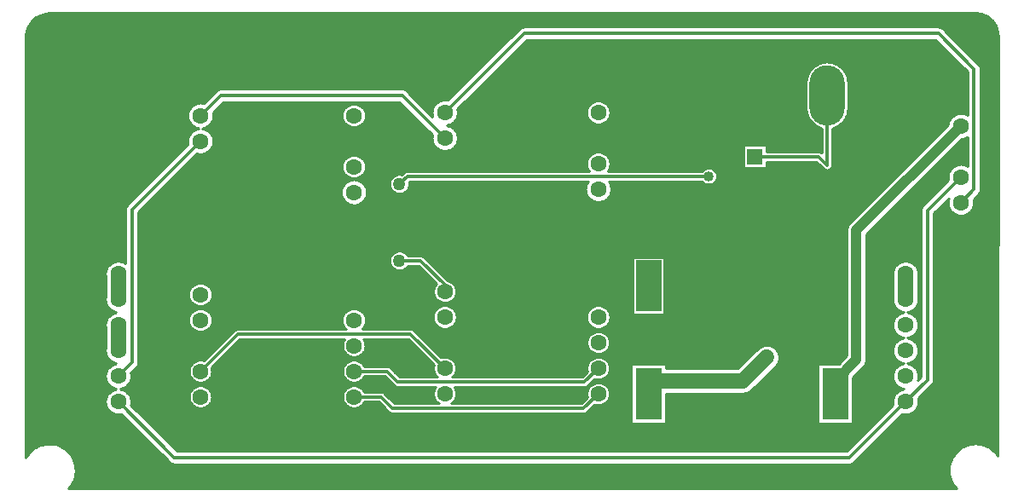
<source format=gbr>
G04 DipTrace 3.2.0.1*
G04 Bottom.gbr*
%MOIN*%
G04 #@! TF.FileFunction,Copper,L2,Bot*
G04 #@! TF.Part,Single*
G04 #@! TA.AperFunction,CopperBalancing*
%ADD10C,0.009843*%
G04 #@! TA.AperFunction,Conductor*
%ADD14C,0.03937*%
%ADD15C,0.059055*%
%ADD16C,0.012992*%
G04 #@! TA.AperFunction,ComponentPad*
%ADD17R,0.098425X0.098425*%
%ADD18C,0.062992*%
%ADD19R,0.062992X0.062992*%
%ADD24O,0.137795X0.23622*%
%ADD25C,0.062992*%
%ADD27C,0.05*%
%ADD28C,0.05*%
G04 #@! TA.AperFunction,ViaPad*
%ADD29C,0.04*%
%FSLAX26Y26*%
G04*
G70*
G90*
G75*
G01*
G04 Bottom*
%LPD*%
X3587950Y843873D2*
D14*
X3670631Y926554D1*
Y1432643D1*
X4079220Y1841232D1*
X2858029Y843597D2*
D15*
X3227561D1*
X3320359Y936395D1*
X784906Y1162965D2*
Y1262965D1*
X3862935Y1162955D2*
Y1262955D1*
X1106481Y1882113D2*
D16*
X1185027Y1960659D1*
X1894954D1*
X2061727Y1793886D1*
X1884204Y1614647D2*
X1914750Y1645193D1*
X3093204D1*
X2061727Y1193886D2*
Y1219528D1*
X1966607Y1314647D1*
X1884204D1*
X3273862Y1721243D2*
X3522378D1*
X3556072Y1687549D1*
Y1960908D1*
X2061727Y893886D2*
X1927513Y1028100D1*
X1252468D1*
X1106481Y882113D1*
X1706481Y782113D2*
X1811324D1*
X1857305Y736131D1*
X2603972D1*
X2661727Y793886D1*
X1706481Y882113D2*
X1835556D1*
X1877798Y839871D1*
X2607712D1*
X2661727Y893886D1*
X784906Y962965D2*
D15*
Y1062965D1*
X4079220Y1541232D2*
D16*
X4130993Y1593005D1*
Y2063965D1*
X3991592Y2203366D1*
X2371207D1*
X2061727Y1893886D1*
X784906Y762965D2*
X1004362Y543509D1*
X3643489D1*
X3862935Y762955D1*
X3948594Y848614D1*
Y1511236D1*
X4079220Y1641862D1*
X1106481Y1782113D2*
X838450Y1514081D1*
Y916508D1*
X784906Y862965D1*
D29*
X3320359Y936395D3*
X3093204Y1645193D3*
X478773Y2272769D2*
D10*
X4173901D1*
X461568Y2263058D2*
X4189587D1*
X451014Y2253346D2*
X4201275D1*
X442344Y2243635D2*
X4208023D1*
X436519Y2233924D2*
X4214751D1*
X430771Y2224213D2*
X2355380D1*
X4007412D2*
X4218231D1*
X428272Y2214501D2*
X2345172D1*
X4017639D2*
X4221537D1*
X425773Y2204790D2*
X2335464D1*
X4027347D2*
X4223286D1*
X424197Y2195079D2*
X2325737D1*
X4037055D2*
X4223786D1*
X424543Y2185367D2*
X2316029D1*
X4046763D2*
X4224267D1*
X424889Y2175656D2*
X2306321D1*
X2380667D2*
X3982125D1*
X4056471D2*
X4224421D1*
X425216Y2165945D2*
X2296613D1*
X2370959D2*
X3991833D1*
X4066179D2*
X4224421D1*
X425216Y2156234D2*
X2286905D1*
X2361251D2*
X4001541D1*
X4075906D2*
X4224401D1*
X425216Y2146522D2*
X2277197D1*
X2351543D2*
X4011269D1*
X4085614D2*
X4224401D1*
X425216Y2136811D2*
X2267470D1*
X2341835D2*
X4020977D1*
X4095322D2*
X4224401D1*
X425216Y2127100D2*
X2257762D1*
X2332108D2*
X4030684D1*
X4105030D2*
X4224401D1*
X425216Y2117388D2*
X2248054D1*
X2322400D2*
X4040392D1*
X4114738D2*
X4224382D1*
X425216Y2107677D2*
X2238346D1*
X2312692D2*
X4050100D1*
X4124446D2*
X4224382D1*
X425216Y2097966D2*
X2228638D1*
X2302984D2*
X4059808D1*
X4134173D2*
X4224382D1*
X425216Y2088255D2*
X2218911D1*
X2293276D2*
X3529543D1*
X3582608D2*
X4069535D1*
X4143881D2*
X4224363D1*
X425216Y2078543D2*
X2209203D1*
X2283568D2*
X3509531D1*
X3602619D2*
X4079243D1*
X4153012D2*
X4224363D1*
X425216Y2068832D2*
X2199495D1*
X2273841D2*
X3497554D1*
X3614596D2*
X4088951D1*
X4157107D2*
X4224363D1*
X425216Y2059121D2*
X2189787D1*
X2264133D2*
X3489077D1*
X3623054D2*
X4098659D1*
X4157568D2*
X4224344D1*
X425216Y2049409D2*
X2180079D1*
X2254425D2*
X3482887D1*
X3629263D2*
X4104426D1*
X4157568D2*
X4224344D1*
X425216Y2039698D2*
X2170371D1*
X2244717D2*
X3478388D1*
X3633762D2*
X4104426D1*
X4157568D2*
X4224344D1*
X425216Y2029987D2*
X2160644D1*
X2235009D2*
X3475313D1*
X3636818D2*
X4104426D1*
X4157568D2*
X4224344D1*
X425216Y2020276D2*
X2150936D1*
X2225282D2*
X3473506D1*
X3638625D2*
X4104426D1*
X4157568D2*
X4224324D1*
X425216Y2010564D2*
X2141228D1*
X2215574D2*
X3472890D1*
X3639260D2*
X4104426D1*
X4157568D2*
X4224324D1*
X425216Y2000853D2*
X2131520D1*
X2205866D2*
X3472890D1*
X3639260D2*
X4104426D1*
X4157568D2*
X4224324D1*
X425216Y1991142D2*
X2121812D1*
X2196158D2*
X3472890D1*
X3639260D2*
X4104426D1*
X4157568D2*
X4224305D1*
X425216Y1981430D2*
X1169087D1*
X1910879D2*
X2112104D1*
X2186450D2*
X3472890D1*
X3639260D2*
X4104426D1*
X4157568D2*
X4224305D1*
X425216Y1971719D2*
X1158918D1*
X1921067D2*
X2102377D1*
X2176742D2*
X3472890D1*
X3639260D2*
X4104426D1*
X4157568D2*
X4224305D1*
X425216Y1962008D2*
X1149210D1*
X1930775D2*
X2092669D1*
X2167015D2*
X3472890D1*
X3639260D2*
X4104426D1*
X4157568D2*
X4224286D1*
X425216Y1952297D2*
X1139483D1*
X1940483D2*
X2082961D1*
X2157307D2*
X3472890D1*
X3639260D2*
X4104426D1*
X4157568D2*
X4224286D1*
X425216Y1942585D2*
X1129775D1*
X1950210D2*
X2047032D1*
X2147599D2*
X3472890D1*
X3639260D2*
X4104426D1*
X4157568D2*
X4224286D1*
X425216Y1932874D2*
X1120067D1*
X1194412D2*
X1885573D1*
X1959918D2*
X2028501D1*
X2137891D2*
X2635180D1*
X2688265D2*
X3472890D1*
X3639260D2*
X4104426D1*
X4157568D2*
X4224286D1*
X425216Y1923163D2*
X1075929D1*
X1184705D2*
X1683397D1*
X1729561D2*
X1895281D1*
X1969626D2*
X2019485D1*
X2128183D2*
X2624454D1*
X2699011D2*
X3472890D1*
X3639260D2*
X4104426D1*
X4157568D2*
X4224267D1*
X425216Y1913451D2*
X1065779D1*
X1174997D2*
X1670979D1*
X1741999D2*
X1904989D1*
X1979334D2*
X2014083D1*
X2118475D2*
X2618417D1*
X2705047D2*
X3472890D1*
X3639260D2*
X4104426D1*
X4157568D2*
X4224267D1*
X425216Y1903740D2*
X1059762D1*
X1165289D2*
X1664174D1*
X1748785D2*
X1914697D1*
X1989042D2*
X2011122D1*
X2112324D2*
X2615149D1*
X2708296D2*
X3473275D1*
X3638875D2*
X4104426D1*
X4157568D2*
X4224267D1*
X425216Y1894029D2*
X1056321D1*
X1156638D2*
X1660406D1*
X1752553D2*
X1924404D1*
X1998750D2*
X2010161D1*
X2113304D2*
X2614092D1*
X2709372D2*
X3474813D1*
X3637337D2*
X4104426D1*
X4157568D2*
X4224248D1*
X425216Y1884318D2*
X1054956D1*
X1158003D2*
X1658906D1*
X1754071D2*
X1934112D1*
X2112381D2*
X2615073D1*
X2708373D2*
X3477581D1*
X3634569D2*
X4051715D1*
X4157568D2*
X4224248D1*
X425216Y1874606D2*
X1055475D1*
X1157503D2*
X1659445D1*
X1753514D2*
X1943840D1*
X2109478D2*
X2618244D1*
X2705220D2*
X3481733D1*
X3630417D2*
X4040219D1*
X4157568D2*
X4224248D1*
X425216Y1864895D2*
X1057936D1*
X1155042D2*
X1662117D1*
X1750842D2*
X1953548D1*
X2104173D2*
X2624165D1*
X2699299D2*
X3487500D1*
X3624631D2*
X4033530D1*
X4157568D2*
X4224228D1*
X425216Y1855184D2*
X1062665D1*
X1150294D2*
X1667365D1*
X1745594D2*
X1963256D1*
X2095291D2*
X2634623D1*
X2688822D2*
X3495382D1*
X3616749D2*
X4029608D1*
X4157568D2*
X4224228D1*
X425216Y1845472D2*
X1070604D1*
X1142355D2*
X1676573D1*
X1736405D2*
X1972963D1*
X2077394D2*
X3506378D1*
X3605753D2*
X4027628D1*
X4157568D2*
X4224228D1*
X425216Y1835761D2*
X1085234D1*
X1127745D2*
X1699872D1*
X1713106D2*
X1982671D1*
X2091101D2*
X3523602D1*
X3588548D2*
X4017920D1*
X4157568D2*
X4224228D1*
X425216Y1826050D2*
X1080428D1*
X1132551D2*
X1992379D1*
X2101770D2*
X3535290D1*
X3576860D2*
X4008212D1*
X4157568D2*
X4224209D1*
X425216Y1816339D2*
X1068240D1*
X1144719D2*
X2002107D1*
X2108037D2*
X3535290D1*
X3576860D2*
X3998504D1*
X4157568D2*
X4224209D1*
X425216Y1806627D2*
X1061242D1*
X1151717D2*
X2011776D1*
X2111670D2*
X3535290D1*
X3576860D2*
X3988796D1*
X4157568D2*
X4224209D1*
X425216Y1796916D2*
X1057129D1*
X1155850D2*
X2010238D1*
X2113208D2*
X3535290D1*
X3576860D2*
X3979069D1*
X4157568D2*
X4224190D1*
X425216Y1787205D2*
X1055168D1*
X1157791D2*
X2010603D1*
X2112862D2*
X3535290D1*
X3576860D2*
X3969361D1*
X4081020D2*
X4104426D1*
X4157568D2*
X4224190D1*
X425216Y1777493D2*
X1055110D1*
X1157849D2*
X2012872D1*
X2110574D2*
X3535290D1*
X3576860D2*
X3959653D1*
X4071312D2*
X4104426D1*
X4157568D2*
X4224190D1*
X425216Y1767782D2*
X1054975D1*
X1155984D2*
X2017409D1*
X2106037D2*
X3535290D1*
X3576860D2*
X3949945D1*
X4061604D2*
X4104426D1*
X4157568D2*
X4224171D1*
X425216Y1758071D2*
X1045268D1*
X1151986D2*
X2025021D1*
X2098444D2*
X3228077D1*
X3319647D2*
X3535290D1*
X3576860D2*
X3940237D1*
X4051877D2*
X4104426D1*
X4157568D2*
X4224171D1*
X425216Y1748360D2*
X1035560D1*
X1145142D2*
X2038689D1*
X2084776D2*
X3228077D1*
X3319647D2*
X3535290D1*
X3576860D2*
X3930529D1*
X4042169D2*
X4104426D1*
X4157568D2*
X4224171D1*
X425216Y1738648D2*
X1025832D1*
X1133358D2*
X2647599D1*
X2675865D2*
X3228077D1*
X3576860D2*
X3920802D1*
X4032461D2*
X4104426D1*
X4157568D2*
X4224171D1*
X425216Y1728937D2*
X1016124D1*
X1090489D2*
X2629952D1*
X2693494D2*
X3228077D1*
X3576860D2*
X3911094D1*
X4022753D2*
X4104426D1*
X4157568D2*
X4224151D1*
X425216Y1719226D2*
X1006416D1*
X1080762D2*
X1677227D1*
X1735732D2*
X2621570D1*
X2701875D2*
X3228077D1*
X3576860D2*
X3901386D1*
X4013045D2*
X4104426D1*
X4157568D2*
X4224151D1*
X425216Y1709514D2*
X996709D1*
X1071054D2*
X1667730D1*
X1745228D2*
X2616783D1*
X2706662D2*
X3228077D1*
X3576860D2*
X3891678D1*
X4003337D2*
X4104426D1*
X4157568D2*
X4224151D1*
X425216Y1699803D2*
X987001D1*
X1061346D2*
X1662328D1*
X1750630D2*
X2614457D1*
X2708988D2*
X3228077D1*
X3319647D2*
X3514836D1*
X3576860D2*
X3881970D1*
X3993610D2*
X4104426D1*
X4157568D2*
X4224132D1*
X425216Y1690092D2*
X977293D1*
X1051638D2*
X1659522D1*
X1753437D2*
X2614246D1*
X2709219D2*
X3228077D1*
X3319647D2*
X3524544D1*
X3576860D2*
X3872262D1*
X3983902D2*
X4062961D1*
X4095476D2*
X4104426D1*
X4157568D2*
X4224132D1*
X425216Y1680381D2*
X967565D1*
X1041930D2*
X1658868D1*
X1754090D2*
X2616091D1*
X2707373D2*
X3228077D1*
X3319647D2*
X3534252D1*
X3575514D2*
X3862535D1*
X3974194D2*
X4045429D1*
X4157568D2*
X4224132D1*
X425216Y1670669D2*
X957858D1*
X1032203D2*
X1660271D1*
X1752687D2*
X2620282D1*
X2703182D2*
X3070770D1*
X3115645D2*
X3544729D1*
X3567421D2*
X3852827D1*
X3964486D2*
X4036644D1*
X4157568D2*
X4224113D1*
X425216Y1660958D2*
X948150D1*
X1022495D2*
X1663924D1*
X1749054D2*
X1901778D1*
X3123527D2*
X3843119D1*
X3954778D2*
X4031396D1*
X4157568D2*
X4224113D1*
X425216Y1651247D2*
X938442D1*
X1012787D2*
X1670517D1*
X1742441D2*
X1871905D1*
X3126949D2*
X3833411D1*
X3945070D2*
X4028531D1*
X4157568D2*
X4224113D1*
X425216Y1641535D2*
X928734D1*
X1003079D2*
X1682475D1*
X1730484D2*
X1855930D1*
X3127295D2*
X3823703D1*
X3935343D2*
X4027647D1*
X4157568D2*
X4224113D1*
X425216Y1631824D2*
X919026D1*
X993371D2*
X1696104D1*
X1716854D2*
X1848971D1*
X3124700D2*
X3813976D1*
X3925635D2*
X4028647D1*
X4157568D2*
X4224094D1*
X425216Y1622113D2*
X909299D1*
X983663D2*
X1674516D1*
X1738442D2*
X1845645D1*
X1922759D2*
X2618763D1*
X2704701D2*
X3068213D1*
X3118202D2*
X3804268D1*
X3915927D2*
X4022303D1*
X4157568D2*
X4224094D1*
X425216Y1612402D2*
X899591D1*
X973936D2*
X1664981D1*
X1747997D2*
X1844972D1*
X1923432D2*
X2613669D1*
X2709795D2*
X3086379D1*
X3100036D2*
X3794560D1*
X3906219D2*
X4012576D1*
X4157568D2*
X4224094D1*
X425216Y1602690D2*
X889883D1*
X964228D2*
X1659272D1*
X1753687D2*
X1846818D1*
X1921586D2*
X2610920D1*
X2712525D2*
X3784852D1*
X3896511D2*
X4002868D1*
X4157568D2*
X4224075D1*
X425216Y1592979D2*
X880175D1*
X954520D2*
X1656080D1*
X1756878D2*
X1851624D1*
X1916780D2*
X2610151D1*
X2713294D2*
X3775144D1*
X3886803D2*
X3993160D1*
X4157568D2*
X4224075D1*
X425216Y1583268D2*
X870467D1*
X944812D2*
X1654927D1*
X1758051D2*
X1861255D1*
X1907169D2*
X2611285D1*
X2712179D2*
X3765436D1*
X3877076D2*
X3983452D1*
X4155646D2*
X4224075D1*
X425216Y1573556D2*
X860759D1*
X935104D2*
X1655638D1*
X1757320D2*
X2614419D1*
X2709046D2*
X3755709D1*
X3867368D2*
X3973744D1*
X4148725D2*
X4224055D1*
X425216Y1563845D2*
X851032D1*
X925396D2*
X1658310D1*
X1754648D2*
X2620032D1*
X2703413D2*
X3746001D1*
X3857660D2*
X3964036D1*
X4139018D2*
X4224055D1*
X425216Y1554134D2*
X841324D1*
X915669D2*
X1663347D1*
X1749611D2*
X2629452D1*
X2693993D2*
X3736293D1*
X3847952D2*
X3954309D1*
X4129290D2*
X4224055D1*
X425216Y1544423D2*
X831616D1*
X905961D2*
X1671748D1*
X1741211D2*
X2650117D1*
X2673328D2*
X3726585D1*
X3838244D2*
X3944601D1*
X4018946D2*
X4027743D1*
X4130694D2*
X4224055D1*
X425216Y1534711D2*
X821908D1*
X896253D2*
X1687819D1*
X1725140D2*
X3716877D1*
X3828517D2*
X3934893D1*
X4009239D2*
X4028070D1*
X4130367D2*
X4224036D1*
X425216Y1525000D2*
X814314D1*
X886545D2*
X3707169D1*
X3818809D2*
X3926031D1*
X3999531D2*
X4030319D1*
X4128118D2*
X4224036D1*
X425216Y1515289D2*
X811911D1*
X876837D2*
X3697442D1*
X3809101D2*
X3922340D1*
X3989823D2*
X4034798D1*
X4123639D2*
X4224036D1*
X425216Y1505577D2*
X811873D1*
X867129D2*
X3687734D1*
X3799393D2*
X3922013D1*
X3980115D2*
X4042353D1*
X4116103D2*
X4224017D1*
X425216Y1495866D2*
X811873D1*
X865034D2*
X3678026D1*
X3789685D2*
X3922013D1*
X3975174D2*
X4055848D1*
X4102589D2*
X4224017D1*
X425216Y1486155D2*
X811873D1*
X865034D2*
X3668318D1*
X3779977D2*
X3922013D1*
X3975174D2*
X4224017D1*
X425216Y1476444D2*
X811873D1*
X865034D2*
X3658610D1*
X3770250D2*
X3922013D1*
X3975174D2*
X4223998D1*
X425216Y1466732D2*
X811873D1*
X865034D2*
X3648902D1*
X3760542D2*
X3922013D1*
X3975174D2*
X4223998D1*
X425216Y1457021D2*
X811873D1*
X865034D2*
X3639483D1*
X3750834D2*
X3922013D1*
X3975174D2*
X4223998D1*
X425216Y1447310D2*
X811873D1*
X865034D2*
X3633754D1*
X3741126D2*
X3922013D1*
X3975174D2*
X4223998D1*
X425216Y1437598D2*
X811873D1*
X865034D2*
X3631178D1*
X3731418D2*
X3922013D1*
X3975174D2*
X4223978D1*
X425216Y1427887D2*
X811873D1*
X865034D2*
X3630871D1*
X3721710D2*
X3922013D1*
X3975174D2*
X4223978D1*
X425216Y1418176D2*
X811873D1*
X865034D2*
X3630871D1*
X3711983D2*
X3922013D1*
X3975174D2*
X4223978D1*
X425216Y1408465D2*
X811873D1*
X865034D2*
X3630871D1*
X3710387D2*
X3922013D1*
X3975174D2*
X4223959D1*
X425216Y1398753D2*
X811873D1*
X865034D2*
X3630871D1*
X3710387D2*
X3922013D1*
X3975174D2*
X4223959D1*
X425216Y1389042D2*
X811873D1*
X865034D2*
X3630871D1*
X3710387D2*
X3922013D1*
X3975174D2*
X4223959D1*
X425216Y1379331D2*
X811873D1*
X865034D2*
X3630871D1*
X3710387D2*
X3922013D1*
X3975174D2*
X4223940D1*
X425216Y1369619D2*
X811873D1*
X865034D2*
X3630871D1*
X3710387D2*
X3922013D1*
X3975174D2*
X4223940D1*
X425216Y1359908D2*
X811873D1*
X865034D2*
X3630871D1*
X3710387D2*
X3922013D1*
X3975174D2*
X4223940D1*
X425216Y1350197D2*
X811873D1*
X865034D2*
X1868944D1*
X1899460D2*
X3630871D1*
X3710387D2*
X3922013D1*
X3975174D2*
X4223940D1*
X425216Y1340486D2*
X811873D1*
X865034D2*
X1854930D1*
X1913474D2*
X3630871D1*
X3710387D2*
X3922013D1*
X3975174D2*
X4223921D1*
X425216Y1330774D2*
X811873D1*
X865034D2*
X1848471D1*
X1979084D2*
X3630871D1*
X3710387D2*
X3922013D1*
X3975174D2*
X4223921D1*
X425216Y1321063D2*
X811873D1*
X865034D2*
X1845453D1*
X1989177D2*
X2794526D1*
X2921525D2*
X3630871D1*
X3710387D2*
X3922013D1*
X3975174D2*
X4223921D1*
X425216Y1311352D2*
X769158D1*
X800654D2*
X811873D1*
X865034D2*
X1845049D1*
X1998885D2*
X2794526D1*
X2921525D2*
X3630871D1*
X3710387D2*
X3847214D1*
X3878652D2*
X3922013D1*
X3975174D2*
X4223902D1*
X425216Y1301640D2*
X751318D1*
X865034D2*
X1847183D1*
X2008612D2*
X2794526D1*
X2921525D2*
X3630871D1*
X3710387D2*
X3829355D1*
X3896530D2*
X3922013D1*
X3975174D2*
X4223902D1*
X425216Y1291929D2*
X742437D1*
X865034D2*
X1852373D1*
X1916031D2*
X1960334D1*
X2018320D2*
X2794526D1*
X2921525D2*
X3630871D1*
X3710387D2*
X3820474D1*
X3905392D2*
X3922013D1*
X3975174D2*
X4223902D1*
X425216Y1282218D2*
X737131D1*
X865034D2*
X1862831D1*
X1905573D2*
X1970041D1*
X2028028D2*
X2794526D1*
X2921525D2*
X3630871D1*
X3710387D2*
X3815168D1*
X3910698D2*
X3922013D1*
X3975174D2*
X4223902D1*
X425216Y1272507D2*
X734248D1*
X865034D2*
X1979749D1*
X2037736D2*
X2794526D1*
X2921525D2*
X3630871D1*
X3710387D2*
X3812265D1*
X3913601D2*
X3922013D1*
X3975174D2*
X4223882D1*
X425216Y1262795D2*
X733325D1*
X865034D2*
X1989477D1*
X2047444D2*
X2794526D1*
X2921525D2*
X3630871D1*
X3710387D2*
X3811362D1*
X3914504D2*
X3922013D1*
X3975174D2*
X4223882D1*
X425216Y1253084D2*
X734305D1*
X865034D2*
X1999185D1*
X2057152D2*
X2794526D1*
X2921525D2*
X3630871D1*
X3710387D2*
X3812342D1*
X3913543D2*
X3922013D1*
X3975174D2*
X4223882D1*
X425216Y1243373D2*
X735305D1*
X865034D2*
X2008893D1*
X2066879D2*
X2794526D1*
X2921525D2*
X3630871D1*
X3710387D2*
X3813322D1*
X3912543D2*
X3922013D1*
X3975174D2*
X4223863D1*
X425216Y1233661D2*
X735305D1*
X865034D2*
X2018600D1*
X2083334D2*
X2794526D1*
X2921525D2*
X3630871D1*
X3710387D2*
X3813322D1*
X3912543D2*
X3922013D1*
X3975174D2*
X4223863D1*
X425216Y1223950D2*
X735305D1*
X865034D2*
X1084849D1*
X1128110D2*
X2027520D1*
X2095926D2*
X2794526D1*
X2921525D2*
X3630871D1*
X3710387D2*
X3813322D1*
X3912543D2*
X3922013D1*
X3975174D2*
X4223863D1*
X425216Y1214239D2*
X735305D1*
X865034D2*
X1071662D1*
X1141297D2*
X2020830D1*
X2102616D2*
X2794526D1*
X2921525D2*
X3630871D1*
X3710387D2*
X3813322D1*
X3912543D2*
X3922013D1*
X3975174D2*
X4223844D1*
X425216Y1204528D2*
X735305D1*
X865034D2*
X1064587D1*
X1148391D2*
X2017216D1*
X2106230D2*
X2794526D1*
X2921525D2*
X3630871D1*
X3710387D2*
X3813322D1*
X3912543D2*
X3922013D1*
X3975174D2*
X4223844D1*
X425216Y1194816D2*
X735305D1*
X865034D2*
X1060608D1*
X1152351D2*
X2015948D1*
X2107498D2*
X2794526D1*
X2921525D2*
X3630871D1*
X3710387D2*
X3813322D1*
X3912543D2*
X3922013D1*
X3975174D2*
X4223844D1*
X425216Y1185105D2*
X735305D1*
X865034D2*
X1058936D1*
X1154024D2*
X2016813D1*
X2106653D2*
X2794526D1*
X2921525D2*
X3630871D1*
X3710387D2*
X3813322D1*
X3912543D2*
X3922013D1*
X3975174D2*
X4223844D1*
X425216Y1175394D2*
X734882D1*
X865034D2*
X1059339D1*
X1153639D2*
X2019927D1*
X2103519D2*
X2794526D1*
X2921525D2*
X3630871D1*
X3710387D2*
X3812919D1*
X3912966D2*
X3922013D1*
X3975174D2*
X4223825D1*
X425216Y1165682D2*
X733402D1*
X865034D2*
X1061838D1*
X1151121D2*
X2025925D1*
X2097521D2*
X2794526D1*
X2921525D2*
X3630871D1*
X3710387D2*
X3811438D1*
X3914427D2*
X3922013D1*
X3975174D2*
X4223825D1*
X425216Y1155971D2*
X733825D1*
X865034D2*
X1066856D1*
X1146103D2*
X2036863D1*
X2086583D2*
X2794526D1*
X2921525D2*
X3630871D1*
X3710387D2*
X3811842D1*
X3914024D2*
X3922013D1*
X3975174D2*
X4223825D1*
X425216Y1146260D2*
X736170D1*
X865034D2*
X1075641D1*
X1137318D2*
X2794526D1*
X2921525D2*
X3630871D1*
X3710387D2*
X3814187D1*
X3911678D2*
X3922013D1*
X3975174D2*
X4223805D1*
X425216Y1136549D2*
X740784D1*
X865034D2*
X1095480D1*
X1117479D2*
X2041861D1*
X2081585D2*
X2641870D1*
X2681594D2*
X2794526D1*
X2921525D2*
X3630871D1*
X3710387D2*
X3818801D1*
X3907065D2*
X3922013D1*
X3975174D2*
X4223805D1*
X425216Y1126837D2*
X748512D1*
X865034D2*
X1092212D1*
X1120747D2*
X1692221D1*
X1720737D2*
X2027712D1*
X2095734D2*
X2627722D1*
X2695743D2*
X2794526D1*
X2921525D2*
X3630871D1*
X3710387D2*
X3826529D1*
X3899337D2*
X3922013D1*
X3975174D2*
X4223805D1*
X425216Y1117126D2*
X762507D1*
X865034D2*
X1074661D1*
X1138299D2*
X1674670D1*
X1738289D2*
X2020292D1*
X2103173D2*
X2620282D1*
X2703163D2*
X2794526D1*
X2921525D2*
X3630871D1*
X3710387D2*
X3840524D1*
X3885342D2*
X3922013D1*
X3975174D2*
X4223786D1*
X425216Y1107415D2*
X759758D1*
X865034D2*
X1066298D1*
X1146661D2*
X1666307D1*
X1746670D2*
X2016101D1*
X2107364D2*
X2616091D1*
X2707354D2*
X2794526D1*
X2921525D2*
X3630871D1*
X3710387D2*
X3837813D1*
X3888053D2*
X3922013D1*
X3975174D2*
X4223786D1*
X425216Y1097703D2*
X747147D1*
X865034D2*
X1061531D1*
X1151428D2*
X1661521D1*
X1751438D2*
X2014237D1*
X2109209D2*
X2614246D1*
X2709199D2*
X3630871D1*
X3710387D2*
X3825183D1*
X3900682D2*
X3922013D1*
X3975174D2*
X4223786D1*
X425216Y1087992D2*
X739957D1*
X865034D2*
X1059224D1*
X1153754D2*
X1659214D1*
X1753744D2*
X2014467D1*
X2108998D2*
X2614457D1*
X2708988D2*
X3630871D1*
X3710387D2*
X3817994D1*
X3907872D2*
X3922013D1*
X3975174D2*
X4223786D1*
X425216Y1078281D2*
X735709D1*
X865034D2*
X1058993D1*
X1153966D2*
X1659002D1*
X1753956D2*
X2016774D1*
X2106672D2*
X2616783D1*
X2706681D2*
X3630871D1*
X3710387D2*
X3813745D1*
X3912140D2*
X3922013D1*
X3975174D2*
X4223767D1*
X425216Y1068570D2*
X733652D1*
X865034D2*
X1060858D1*
X1152101D2*
X1660848D1*
X1752110D2*
X2021561D1*
X2101904D2*
X2621551D1*
X2701894D2*
X3630871D1*
X3710387D2*
X3811669D1*
X3914197D2*
X3922013D1*
X3975174D2*
X4223767D1*
X425216Y1058858D2*
X733498D1*
X865034D2*
X1065049D1*
X1147910D2*
X1665058D1*
X1747920D2*
X2029923D1*
X2093523D2*
X2629932D1*
X2693532D2*
X3630871D1*
X3710387D2*
X3811535D1*
X3914350D2*
X3922013D1*
X3975174D2*
X4223767D1*
X425216Y1049147D2*
X735247D1*
X865034D2*
X1072488D1*
X1140471D2*
X1672478D1*
X1740480D2*
X2047513D1*
X2075933D2*
X2647522D1*
X2675942D2*
X3630871D1*
X3710387D2*
X3813284D1*
X3912582D2*
X3922013D1*
X3975174D2*
X4223748D1*
X425216Y1039436D2*
X735305D1*
X865034D2*
X1086656D1*
X1126322D2*
X1234813D1*
X1945174D2*
X3630871D1*
X3710387D2*
X3817167D1*
X3908718D2*
X3922013D1*
X3975174D2*
X4223748D1*
X425216Y1029724D2*
X735305D1*
X865034D2*
X1225105D1*
X1954882D2*
X2633854D1*
X2689591D2*
X3630871D1*
X3710387D2*
X3823799D1*
X3902067D2*
X3922013D1*
X3975174D2*
X4223748D1*
X425216Y1020013D2*
X735305D1*
X865034D2*
X1215397D1*
X1964590D2*
X2624338D1*
X2699107D2*
X3630871D1*
X3710387D2*
X3835199D1*
X3890667D2*
X3922013D1*
X3975174D2*
X4223729D1*
X425216Y1010302D2*
X735305D1*
X865034D2*
X1205689D1*
X1974298D2*
X2619052D1*
X2704393D2*
X3630871D1*
X3710387D2*
X3844119D1*
X3881747D2*
X3922013D1*
X3975174D2*
X4223729D1*
X425216Y1000591D2*
X735305D1*
X865034D2*
X1195962D1*
X1253948D2*
X1664673D1*
X1748285D2*
X1926038D1*
X1984006D2*
X2616437D1*
X2707008D2*
X3630871D1*
X3710387D2*
X3828144D1*
X3897722D2*
X3922013D1*
X3975174D2*
X4223729D1*
X425216Y990879D2*
X735305D1*
X865034D2*
X1186254D1*
X1244240D2*
X1661559D1*
X1751399D2*
X1935746D1*
X1993733D2*
X2616034D1*
X2707412D2*
X3630871D1*
X3710387D2*
X3819762D1*
X3906104D2*
X3922013D1*
X3975174D2*
X4223729D1*
X425216Y981168D2*
X735305D1*
X865034D2*
X1176546D1*
X1234532D2*
X1660713D1*
X1752264D2*
X1945454D1*
X2003441D2*
X2617783D1*
X2705662D2*
X3300416D1*
X3340312D2*
X3630871D1*
X3710387D2*
X3814745D1*
X3911121D2*
X3922013D1*
X3975174D2*
X4223709D1*
X425216Y971457D2*
X734056D1*
X865034D2*
X1166838D1*
X1224824D2*
X1661982D1*
X1750976D2*
X1955162D1*
X2013149D2*
X2621955D1*
X2701491D2*
X3285690D1*
X3355038D2*
X3630871D1*
X3710387D2*
X3812073D1*
X3913793D2*
X3922013D1*
X3975174D2*
X4223709D1*
X425216Y961745D2*
X733344D1*
X865034D2*
X1157130D1*
X1215097D2*
X1665596D1*
X1747362D2*
X1964870D1*
X2022857D2*
X2629529D1*
X2693916D2*
X3275963D1*
X3362843D2*
X3630871D1*
X3710387D2*
X3811381D1*
X3914504D2*
X3922013D1*
X3975174D2*
X4223709D1*
X425216Y952034D2*
X734536D1*
X865034D2*
X1147403D1*
X1205389D2*
X1672286D1*
X1740672D2*
X1974597D1*
X2032565D2*
X2644754D1*
X2678711D2*
X3266255D1*
X3367379D2*
X3630871D1*
X3710387D2*
X3812553D1*
X3913312D2*
X3922013D1*
X3975174D2*
X4223690D1*
X425216Y942323D2*
X737727D1*
X865034D2*
X1137695D1*
X1195681D2*
X1684897D1*
X1728062D2*
X1984305D1*
X2042272D2*
X3256547D1*
X3369609D2*
X3630582D1*
X3710387D2*
X3815764D1*
X3910102D2*
X3922013D1*
X3975174D2*
X4223690D1*
X425216Y932612D2*
X743456D1*
X865034D2*
X1127987D1*
X1185973D2*
X1994013D1*
X2085237D2*
X2638218D1*
X2685247D2*
X3246820D1*
X3369821D2*
X3620855D1*
X3710387D2*
X3821473D1*
X3904393D2*
X3922013D1*
X3975174D2*
X4223690D1*
X425216Y922900D2*
X753029D1*
X865034D2*
X1086964D1*
X1176265D2*
X1686954D1*
X1726005D2*
X2003721D1*
X2096848D2*
X2626607D1*
X2696858D2*
X3237112D1*
X3368052D2*
X3611147D1*
X3710214D2*
X3831047D1*
X3894819D2*
X3922013D1*
X3975174D2*
X4223671D1*
X425216Y913189D2*
X774887D1*
X864803D2*
X1073219D1*
X1166538D2*
X1673228D1*
X1739730D2*
X2013429D1*
X2103135D2*
X2620301D1*
X2703144D2*
X3227404D1*
X3364073D2*
X3601439D1*
X3708023D2*
X3852865D1*
X3873020D2*
X3922013D1*
X3975174D2*
X4223671D1*
X425216Y903478D2*
X753625D1*
X861458D2*
X1066125D1*
X1156830D2*
X1666115D1*
X1746843D2*
X2016986D1*
X2106480D2*
X2616976D1*
X2706470D2*
X2788739D1*
X2927311D2*
X3217696D1*
X3357133D2*
X3518662D1*
X3702775D2*
X3831662D1*
X3894204D2*
X3922013D1*
X3975174D2*
X4223671D1*
X425216Y893766D2*
X743783D1*
X852885D2*
X1062242D1*
X1150717D2*
X1662232D1*
X1852900D2*
X2015948D1*
X2107518D2*
X2615938D1*
X2707508D2*
X2788739D1*
X2927311D2*
X3207988D1*
X3347483D2*
X3518662D1*
X3693663D2*
X3821819D1*
X3904047D2*
X3922013D1*
X3975174D2*
X4223671D1*
X425216Y884055D2*
X737939D1*
X843177D2*
X1060743D1*
X1152236D2*
X1660733D1*
X1862608D2*
X2017024D1*
X2106422D2*
X2617033D1*
X2706431D2*
X2788739D1*
X3337775D2*
X3518662D1*
X3683955D2*
X3815975D1*
X3909891D2*
X3922013D1*
X3975174D2*
X4223652D1*
X425216Y874344D2*
X734632D1*
X835180D2*
X1061377D1*
X1151582D2*
X1661367D1*
X1872316D2*
X2020427D1*
X2103019D2*
X2613189D1*
X2703029D2*
X2788739D1*
X3328048D2*
X3518662D1*
X3674247D2*
X3812650D1*
X3913216D2*
X3922013D1*
X3975174D2*
X4223652D1*
X425216Y864633D2*
X733363D1*
X836448D2*
X1064241D1*
X1148718D2*
X1664251D1*
X1882024D2*
X2026809D1*
X2096637D2*
X2603481D1*
X2696646D2*
X2788739D1*
X3318340D2*
X3518662D1*
X3664539D2*
X3811381D1*
X3914485D2*
X3922013D1*
X3975174D2*
X4223652D1*
X425216Y854921D2*
X733979D1*
X835833D2*
X1069893D1*
X1143066D2*
X1669883D1*
X1743075D2*
X1833765D1*
X2684824D2*
X2788739D1*
X3308632D2*
X3518662D1*
X3657234D2*
X3811996D1*
X3913870D2*
X3917740D1*
X3975174D2*
X4223632D1*
X425216Y845210D2*
X736555D1*
X833257D2*
X1080082D1*
X1132877D2*
X1680091D1*
X1732867D2*
X1843473D1*
X2642032D2*
X2788739D1*
X3298924D2*
X3518662D1*
X3657234D2*
X3814572D1*
X3974944D2*
X4223632D1*
X425216Y835499D2*
X741437D1*
X828375D2*
X1853181D1*
X2632324D2*
X2644139D1*
X2679307D2*
X2788739D1*
X3289216D2*
X3518662D1*
X3657234D2*
X3819455D1*
X3971560D2*
X4223632D1*
X425216Y825787D2*
X749607D1*
X820204D2*
X1095499D1*
X1117460D2*
X1695508D1*
X1717450D2*
X1862889D1*
X2622616D2*
X2629279D1*
X2694166D2*
X2788739D1*
X3279489D2*
X3518662D1*
X3657234D2*
X3827625D1*
X3962948D2*
X4223613D1*
X425216Y816076D2*
X764929D1*
X804883D2*
X1076275D1*
X1136684D2*
X1676285D1*
X1736693D2*
X2021830D1*
X2101635D2*
X2621820D1*
X2701625D2*
X2788739D1*
X3269781D2*
X3518662D1*
X3657234D2*
X3842927D1*
X3953240D2*
X4223613D1*
X425216Y806365D2*
X757931D1*
X811881D2*
X1067817D1*
X1145142D2*
X1667826D1*
X1745132D2*
X2017716D1*
X2105749D2*
X2617706D1*
X2705739D2*
X2788739D1*
X3259823D2*
X3518662D1*
X3657234D2*
X3835968D1*
X3943513D2*
X4223613D1*
X425216Y796654D2*
X746186D1*
X823626D2*
X1063126D1*
X1149852D2*
X1663116D1*
X1825756D2*
X2016024D1*
X2107422D2*
X2616034D1*
X2707431D2*
X2788739D1*
X3241214D2*
X3518662D1*
X3657234D2*
X3824222D1*
X3933805D2*
X4223613D1*
X425216Y786942D2*
X739380D1*
X830431D2*
X1060954D1*
X1152005D2*
X1660963D1*
X1835483D2*
X2016486D1*
X2106979D2*
X2616476D1*
X2706969D2*
X2788739D1*
X2927311D2*
X3518662D1*
X3657234D2*
X3817417D1*
X3924097D2*
X4223594D1*
X425216Y777231D2*
X735382D1*
X834430D2*
X1060954D1*
X1152005D2*
X1660963D1*
X1845191D2*
X2019158D1*
X2104307D2*
X2616072D1*
X2704297D2*
X2788739D1*
X2927311D2*
X3518662D1*
X3657234D2*
X3813419D1*
X3914389D2*
X4223594D1*
X425216Y767520D2*
X733536D1*
X836275D2*
X1063146D1*
X1149833D2*
X1663136D1*
X1854899D2*
X2024521D1*
X2098944D2*
X2606364D1*
X2698934D2*
X2788739D1*
X2927311D2*
X3518662D1*
X3657234D2*
X3811573D1*
X3914312D2*
X4223594D1*
X425216Y757808D2*
X733594D1*
X836218D2*
X1067855D1*
X1145104D2*
X1667865D1*
X1745113D2*
X1806640D1*
X1864627D2*
X2034172D1*
X2089274D2*
X2596656D1*
X2689284D2*
X2788739D1*
X2927311D2*
X3518662D1*
X3657234D2*
X3811631D1*
X3914254D2*
X4223575D1*
X425216Y748097D2*
X735574D1*
X836948D2*
X1076333D1*
X1136626D2*
X1676342D1*
X1736616D2*
X1816348D1*
X2644935D2*
X2788739D1*
X2927311D2*
X3518662D1*
X3657234D2*
X3810900D1*
X3912274D2*
X4223575D1*
X425216Y738386D2*
X739707D1*
X846656D2*
X1095730D1*
X1117229D2*
X1695739D1*
X1717219D2*
X1826056D1*
X2635207D2*
X2788739D1*
X2927311D2*
X3518662D1*
X3657234D2*
X3801192D1*
X3908141D2*
X4223575D1*
X425216Y728675D2*
X746724D1*
X856364D2*
X1835764D1*
X2625499D2*
X2788739D1*
X2927311D2*
X3518662D1*
X3657234D2*
X3791484D1*
X3901125D2*
X4223556D1*
X425216Y718963D2*
X758950D1*
X866091D2*
X1846452D1*
X2614830D2*
X2788739D1*
X2927311D2*
X3518662D1*
X3657234D2*
X3781776D1*
X3888898D2*
X4223556D1*
X425216Y709252D2*
X801454D1*
X875799D2*
X2788739D1*
X2927311D2*
X3518662D1*
X3657234D2*
X3772049D1*
X3846414D2*
X4223556D1*
X425216Y699541D2*
X811162D1*
X885507D2*
X2788739D1*
X2927311D2*
X3518662D1*
X3657234D2*
X3762341D1*
X3836687D2*
X4223556D1*
X425216Y689829D2*
X820870D1*
X895215D2*
X2788739D1*
X2927311D2*
X3518662D1*
X3657234D2*
X3752633D1*
X3826979D2*
X4223536D1*
X425216Y680118D2*
X830578D1*
X904923D2*
X2788739D1*
X2927311D2*
X3518662D1*
X3657234D2*
X3742925D1*
X3817271D2*
X4223536D1*
X425216Y670407D2*
X840286D1*
X914631D2*
X3733217D1*
X3807563D2*
X4223536D1*
X425216Y660696D2*
X849993D1*
X924358D2*
X3723509D1*
X3797855D2*
X4223517D1*
X425216Y650984D2*
X859721D1*
X934066D2*
X3713782D1*
X3788147D2*
X4223517D1*
X425216Y641273D2*
X869429D1*
X943774D2*
X3704074D1*
X3778420D2*
X4223517D1*
X425216Y631562D2*
X879137D1*
X953482D2*
X3694366D1*
X3768712D2*
X4223498D1*
X425216Y621850D2*
X888845D1*
X963190D2*
X3684658D1*
X3759004D2*
X4223498D1*
X425216Y612139D2*
X898552D1*
X972898D2*
X3674950D1*
X3749296D2*
X4223498D1*
X425216Y602428D2*
X908260D1*
X982625D2*
X3665242D1*
X3739588D2*
X4223498D1*
X425216Y592717D2*
X479400D1*
X549766D2*
X917988D1*
X992333D2*
X3655515D1*
X3729880D2*
X4100447D1*
X4172813D2*
X4223479D1*
X425216Y583005D2*
X459080D1*
X570085D2*
X927696D1*
X1002041D2*
X3645807D1*
X3720153D2*
X4080570D1*
X4192709D2*
X4223479D1*
X425216Y573294D2*
X445893D1*
X583292D2*
X937404D1*
X1011749D2*
X3636099D1*
X3710445D2*
X4067517D1*
X4205743D2*
X4223479D1*
X425216Y563583D2*
X436069D1*
X593115D2*
X947111D1*
X3700737D2*
X4057809D1*
X4215470D2*
X4223459D1*
X425216Y553871D2*
X428485D1*
X600709D2*
X956819D1*
X3691029D2*
X4050273D1*
X606649Y544160D2*
X966527D1*
X3681321D2*
X4044372D1*
X611262Y534449D2*
X976255D1*
X3671613D2*
X4039816D1*
X614703Y524738D2*
X985982D1*
X3661867D2*
X4036413D1*
X617106Y515026D2*
X4034049D1*
X618548Y505315D2*
X4032645D1*
X619048Y495604D2*
X4032184D1*
X618644Y485892D2*
X4032607D1*
X617318Y476181D2*
X4033972D1*
X615030Y466470D2*
X4036298D1*
X611705Y456759D2*
X4039662D1*
X607245Y447047D2*
X4044179D1*
X601458Y437336D2*
X4050004D1*
X594057Y427625D2*
X4057463D1*
X2800430Y1328085D2*
X2920548D1*
Y1104936D1*
X2795509D1*
Y1328085D1*
X2800430D1*
X2926336Y775286D2*
Y677062D1*
X2789721D1*
X2789722Y911904D1*
X2926336D1*
Y892238D1*
X3207419Y892219D1*
X3285978Y970776D1*
X3288782Y973368D1*
X3291780Y975731D1*
X3294954Y977852D1*
X3298285Y979718D1*
X3301752Y981316D1*
X3305334Y982637D1*
X3309009Y983674D1*
X3312753Y984419D1*
X3316544Y984867D1*
X3320359Y985017D1*
X3324174Y984867D1*
X3327965Y984419D1*
X3331710Y983674D1*
X3335384Y982637D1*
X3338966Y981316D1*
X3342433Y979718D1*
X3345764Y977852D1*
X3348939Y975731D1*
X3351937Y973368D1*
X3354740Y970776D1*
X3357332Y967973D1*
X3359695Y964974D1*
X3361816Y961800D1*
X3363682Y958469D1*
X3365280Y955002D1*
X3366602Y951420D1*
X3367638Y947746D1*
X3368383Y944001D1*
X3368831Y940210D1*
X3368981Y936395D1*
X3368831Y932580D1*
X3368383Y928789D1*
X3367638Y925044D1*
X3366602Y921370D1*
X3365280Y917788D1*
X3363682Y914321D1*
X3361816Y910990D1*
X3359695Y907816D1*
X3357332Y904817D1*
X3351260Y898534D1*
X3261942Y809216D1*
X3259139Y806625D1*
X3256141Y804261D1*
X3252966Y802140D1*
X3249635Y800274D1*
X3246168Y798676D1*
X3242586Y797355D1*
X3238912Y796318D1*
X3235168Y795574D1*
X3231376Y795125D1*
X3222640Y794975D1*
X2926346D1*
X2926316Y775290D1*
X3656257Y775555D2*
Y677062D1*
X3519643D1*
Y912180D1*
X3601401D1*
X3631852Y942617D1*
X3631971Y1435686D1*
X3632923Y1441696D1*
X3634803Y1447483D1*
X3637566Y1452905D1*
X3641143Y1457828D1*
X3650169Y1467024D1*
X4028835Y1845690D1*
X4029252Y1849146D1*
X4030027Y1853042D1*
X4031106Y1856866D1*
X4032481Y1860592D1*
X4034144Y1864200D1*
X4036085Y1867666D1*
X4038292Y1870969D1*
X4040751Y1874088D1*
X4043447Y1877005D1*
X4046364Y1879702D1*
X4049484Y1882161D1*
X4052787Y1884368D1*
X4056252Y1886309D1*
X4059860Y1887972D1*
X4063587Y1889347D1*
X4067410Y1890425D1*
X4071306Y1891200D1*
X4075251Y1891667D1*
X4079220Y1891823D1*
X4083189Y1891667D1*
X4087134Y1891200D1*
X4091030Y1890425D1*
X4094853Y1889347D1*
X4098580Y1887972D1*
X4102188Y1886309D1*
X4105396Y1884512D1*
X4105402Y2053355D1*
X3981003Y2177764D1*
X2381821Y2177776D1*
X2110683Y1906651D1*
X2111694Y1901800D1*
X2112161Y1897855D1*
X2112317Y1893886D1*
X2112161Y1889917D1*
X2111694Y1885972D1*
X2110919Y1882076D1*
X2109841Y1878252D1*
X2108466Y1874526D1*
X2106803Y1870918D1*
X2104862Y1867452D1*
X2102655Y1864149D1*
X2100196Y1861030D1*
X2097500Y1858113D1*
X2094583Y1855416D1*
X2091463Y1852957D1*
X2088160Y1850750D1*
X2084694Y1848809D1*
X2081087Y1847146D1*
X2077360Y1845771D1*
X2073537Y1844693D1*
X2069641Y1843854D1*
X2073537Y1843079D1*
X2077360Y1842000D1*
X2081087Y1840625D1*
X2084694Y1838962D1*
X2088160Y1837021D1*
X2091463Y1834814D1*
X2094583Y1832355D1*
X2097500Y1829659D1*
X2100196Y1826742D1*
X2102655Y1823622D1*
X2104862Y1820319D1*
X2106803Y1816853D1*
X2108466Y1813246D1*
X2109841Y1809519D1*
X2110919Y1805696D1*
X2111694Y1801800D1*
X2112161Y1797855D1*
X2112317Y1793886D1*
X2112161Y1789917D1*
X2111694Y1785972D1*
X2110919Y1782076D1*
X2109841Y1778252D1*
X2108466Y1774526D1*
X2106803Y1770918D1*
X2104862Y1767452D1*
X2102655Y1764149D1*
X2100196Y1761030D1*
X2097500Y1758113D1*
X2094583Y1755416D1*
X2091463Y1752957D1*
X2088160Y1750750D1*
X2084694Y1748809D1*
X2081087Y1747146D1*
X2077360Y1745771D1*
X2073537Y1744693D1*
X2069641Y1743918D1*
X2065696Y1743451D1*
X2061727Y1743295D1*
X2057757Y1743451D1*
X2053813Y1743918D1*
X2049917Y1744693D1*
X2046093Y1745771D1*
X2042367Y1747146D1*
X2038759Y1748809D1*
X2035293Y1750750D1*
X2031990Y1752957D1*
X2028871Y1755416D1*
X2025954Y1758113D1*
X2023257Y1761030D1*
X2020798Y1764149D1*
X2018591Y1767452D1*
X2016650Y1770918D1*
X2014987Y1774526D1*
X2013612Y1778252D1*
X2012534Y1782076D1*
X2011759Y1785972D1*
X2011292Y1789917D1*
X2011136Y1793886D1*
X2011292Y1797855D1*
X2011759Y1801800D1*
X2012799Y1806637D1*
X1884360Y1935062D1*
X1195616Y1935068D1*
X1155424Y1894865D1*
X1156449Y1890027D1*
X1156916Y1886082D1*
X1157072Y1882113D1*
X1156916Y1878144D1*
X1156449Y1874199D1*
X1155674Y1870303D1*
X1154596Y1866480D1*
X1153221Y1862753D1*
X1151558Y1859145D1*
X1149617Y1855679D1*
X1147410Y1852376D1*
X1144951Y1849257D1*
X1142254Y1846340D1*
X1139337Y1843644D1*
X1136218Y1841184D1*
X1132915Y1838977D1*
X1129449Y1837036D1*
X1125841Y1835373D1*
X1122115Y1833998D1*
X1118291Y1832920D1*
X1114395Y1832081D1*
X1118291Y1831306D1*
X1122115Y1830227D1*
X1125841Y1828852D1*
X1129449Y1827189D1*
X1132915Y1825248D1*
X1136218Y1823041D1*
X1139337Y1820582D1*
X1142254Y1817886D1*
X1144951Y1814969D1*
X1147410Y1811849D1*
X1149617Y1808546D1*
X1151558Y1805080D1*
X1153221Y1801473D1*
X1154596Y1797746D1*
X1155674Y1793923D1*
X1156449Y1790027D1*
X1156916Y1786082D1*
X1157072Y1782113D1*
X1156916Y1778144D1*
X1156449Y1774199D1*
X1155674Y1770303D1*
X1154596Y1766480D1*
X1153221Y1762753D1*
X1151558Y1759145D1*
X1149617Y1755679D1*
X1147410Y1752376D1*
X1144951Y1749257D1*
X1142254Y1746340D1*
X1139337Y1743644D1*
X1136218Y1741184D1*
X1132915Y1738977D1*
X1129449Y1737036D1*
X1125841Y1735373D1*
X1122115Y1733998D1*
X1118291Y1732920D1*
X1114395Y1732145D1*
X1110451Y1731678D1*
X1106481Y1731522D1*
X1102512Y1731678D1*
X1098567Y1732145D1*
X1093730Y1733185D1*
X864036Y1503477D1*
X863962Y914500D1*
X863333Y910534D1*
X862092Y906715D1*
X860269Y903137D1*
X857909Y899888D1*
X846106Y887973D1*
X833858Y875726D1*
X834874Y870879D1*
X835341Y866934D1*
X835497Y862965D1*
X835341Y858995D1*
X834874Y855050D1*
X834099Y851154D1*
X833021Y847331D1*
X831646Y843604D1*
X829983Y839997D1*
X828042Y836531D1*
X825835Y833228D1*
X823376Y830109D1*
X820679Y827192D1*
X817762Y824495D1*
X814643Y822036D1*
X811340Y819829D1*
X807874Y817888D1*
X804267Y816225D1*
X800540Y814850D1*
X796717Y813772D1*
X792821Y812932D1*
X796717Y812157D1*
X800540Y811079D1*
X804267Y809704D1*
X807874Y808041D1*
X811340Y806100D1*
X814643Y803893D1*
X817762Y801434D1*
X820679Y798737D1*
X823376Y795821D1*
X825835Y792701D1*
X828042Y789398D1*
X829983Y785932D1*
X831646Y782325D1*
X833021Y778598D1*
X834099Y774775D1*
X834874Y770879D1*
X835341Y766934D1*
X835497Y762965D1*
X835341Y758995D1*
X834874Y755050D1*
X833834Y750214D1*
X1014960Y569101D1*
X3632872Y569100D1*
X3813972Y750183D1*
X3812968Y755041D1*
X3812501Y758986D1*
X3812345Y762955D1*
X3812501Y766925D1*
X3812968Y770869D1*
X3813743Y774766D1*
X3814821Y778589D1*
X3816196Y782316D1*
X3817859Y785923D1*
X3819800Y789389D1*
X3822007Y792692D1*
X3824466Y795811D1*
X3827162Y798728D1*
X3830079Y801425D1*
X3833199Y803884D1*
X3836502Y806091D1*
X3839968Y808032D1*
X3843575Y809695D1*
X3847302Y811070D1*
X3851125Y812148D1*
X3855021Y812988D1*
X3851125Y813763D1*
X3847302Y814841D1*
X3843575Y816216D1*
X3839968Y817879D1*
X3836502Y819820D1*
X3833199Y822027D1*
X3830079Y824486D1*
X3827162Y827182D1*
X3824466Y830099D1*
X3822007Y833219D1*
X3819800Y836522D1*
X3817859Y839988D1*
X3816196Y843595D1*
X3814821Y847322D1*
X3813743Y851145D1*
X3812968Y855041D1*
X3812501Y858986D1*
X3812345Y862955D1*
X3812501Y866925D1*
X3812968Y870869D1*
X3813743Y874766D1*
X3814821Y878589D1*
X3816196Y882316D1*
X3817859Y885923D1*
X3819800Y889389D1*
X3822007Y892692D1*
X3824466Y895811D1*
X3827162Y898728D1*
X3830079Y901425D1*
X3833199Y903884D1*
X3836502Y906091D1*
X3839968Y908032D1*
X3843575Y909695D1*
X3847302Y911070D1*
X3851125Y912148D1*
X3855021Y912988D1*
X3851125Y913763D1*
X3847302Y914841D1*
X3843575Y916216D1*
X3839968Y917879D1*
X3836502Y919820D1*
X3833199Y922027D1*
X3830079Y924486D1*
X3827162Y927182D1*
X3824466Y930099D1*
X3822007Y933219D1*
X3819800Y936522D1*
X3817859Y939988D1*
X3816196Y943595D1*
X3814821Y947322D1*
X3813743Y951145D1*
X3812968Y955041D1*
X3812501Y958986D1*
X3812345Y962955D1*
X3812501Y966925D1*
X3812968Y970869D1*
X3813743Y974766D1*
X3814821Y978589D1*
X3816196Y982316D1*
X3817859Y985923D1*
X3819800Y989389D1*
X3822007Y992692D1*
X3824466Y995811D1*
X3827162Y998728D1*
X3830079Y1001425D1*
X3833199Y1003884D1*
X3836502Y1006091D1*
X3839968Y1008032D1*
X3843575Y1009695D1*
X3847302Y1011070D1*
X3851125Y1012148D1*
X3855021Y1012988D1*
X3851125Y1013763D1*
X3847302Y1014841D1*
X3843575Y1016216D1*
X3839968Y1017879D1*
X3836502Y1019820D1*
X3833199Y1022027D1*
X3830079Y1024486D1*
X3827162Y1027182D1*
X3824466Y1030099D1*
X3822007Y1033219D1*
X3819800Y1036522D1*
X3817859Y1039988D1*
X3816196Y1043595D1*
X3814821Y1047322D1*
X3813743Y1051145D1*
X3812968Y1055041D1*
X3812501Y1058986D1*
X3812345Y1062955D1*
X3812501Y1066925D1*
X3812968Y1070869D1*
X3813743Y1074766D1*
X3814821Y1078589D1*
X3816196Y1082316D1*
X3817859Y1085923D1*
X3819800Y1089389D1*
X3822007Y1092692D1*
X3824466Y1095811D1*
X3827162Y1098728D1*
X3830079Y1101425D1*
X3833199Y1103884D1*
X3836502Y1106091D1*
X3839968Y1108032D1*
X3843575Y1109695D1*
X3847302Y1111070D1*
X3851125Y1112148D1*
X3855021Y1112988D1*
X3851125Y1113763D1*
X3847302Y1114841D1*
X3843575Y1116216D1*
X3839968Y1117879D1*
X3836502Y1119820D1*
X3833199Y1122027D1*
X3830079Y1124486D1*
X3827162Y1127182D1*
X3824466Y1130099D1*
X3822007Y1133219D1*
X3819800Y1136522D1*
X3817859Y1139988D1*
X3816196Y1143595D1*
X3814821Y1147322D1*
X3813743Y1151145D1*
X3812968Y1155041D1*
X3812501Y1158986D1*
X3812345Y1162955D1*
X3812501Y1166925D1*
X3812968Y1170869D1*
X3814311Y1176782D1*
X3814313Y1248981D1*
X3812968Y1255041D1*
X3812501Y1258986D1*
X3812345Y1262955D1*
X3812501Y1266925D1*
X3812968Y1270869D1*
X3813743Y1274766D1*
X3814821Y1278589D1*
X3816196Y1282316D1*
X3817859Y1285923D1*
X3819800Y1289389D1*
X3822007Y1292692D1*
X3824466Y1295811D1*
X3827162Y1298728D1*
X3830079Y1301425D1*
X3833199Y1303884D1*
X3836502Y1306091D1*
X3839968Y1308032D1*
X3843575Y1309695D1*
X3847302Y1311070D1*
X3851125Y1312148D1*
X3855021Y1312923D1*
X3858966Y1313390D1*
X3862935Y1313546D1*
X3866905Y1313390D1*
X3870849Y1312923D1*
X3874745Y1312148D1*
X3878569Y1311070D1*
X3882296Y1309695D1*
X3885903Y1308032D1*
X3889369Y1306091D1*
X3892672Y1303884D1*
X3895791Y1301425D1*
X3898708Y1298728D1*
X3901405Y1295811D1*
X3903864Y1292692D1*
X3906071Y1289389D1*
X3908012Y1285923D1*
X3909675Y1282316D1*
X3911050Y1278589D1*
X3912128Y1274766D1*
X3912903Y1270869D1*
X3913370Y1266925D1*
X3913526Y1262955D1*
X3913370Y1258986D1*
X3912903Y1255041D1*
X3911559Y1249129D1*
X3911558Y1176929D1*
X3912903Y1170869D1*
X3913370Y1166925D1*
X3913526Y1162955D1*
X3913370Y1158986D1*
X3912903Y1155041D1*
X3912128Y1151145D1*
X3911050Y1147322D1*
X3909675Y1143595D1*
X3908012Y1139988D1*
X3906071Y1136522D1*
X3903864Y1133219D1*
X3901405Y1130099D1*
X3898708Y1127182D1*
X3895791Y1124486D1*
X3892672Y1122027D1*
X3889369Y1119820D1*
X3885903Y1117879D1*
X3882296Y1116216D1*
X3878569Y1114841D1*
X3874745Y1113763D1*
X3870849Y1112923D1*
X3874745Y1112148D1*
X3878569Y1111070D1*
X3882296Y1109695D1*
X3885903Y1108032D1*
X3889369Y1106091D1*
X3892672Y1103884D1*
X3895791Y1101425D1*
X3898708Y1098728D1*
X3901405Y1095811D1*
X3903864Y1092692D1*
X3906071Y1089389D1*
X3908012Y1085923D1*
X3909675Y1082316D1*
X3911050Y1078589D1*
X3912128Y1074766D1*
X3912903Y1070869D1*
X3913370Y1066925D1*
X3913526Y1062955D1*
X3913370Y1058986D1*
X3912903Y1055041D1*
X3912128Y1051145D1*
X3911050Y1047322D1*
X3909675Y1043595D1*
X3908012Y1039988D1*
X3906071Y1036522D1*
X3903864Y1033219D1*
X3901405Y1030099D1*
X3898708Y1027182D1*
X3895791Y1024486D1*
X3892672Y1022027D1*
X3889369Y1019820D1*
X3885903Y1017879D1*
X3882296Y1016216D1*
X3878569Y1014841D1*
X3874745Y1013763D1*
X3870849Y1012923D1*
X3874745Y1012148D1*
X3878569Y1011070D1*
X3882296Y1009695D1*
X3885903Y1008032D1*
X3889369Y1006091D1*
X3892672Y1003884D1*
X3895791Y1001425D1*
X3898708Y998728D1*
X3901405Y995811D1*
X3903864Y992692D1*
X3906071Y989389D1*
X3908012Y985923D1*
X3909675Y982316D1*
X3911050Y978589D1*
X3912128Y974766D1*
X3912903Y970869D1*
X3913370Y966925D1*
X3913526Y962955D1*
X3913370Y958986D1*
X3912903Y955041D1*
X3912128Y951145D1*
X3911050Y947322D1*
X3909675Y943595D1*
X3908012Y939988D1*
X3906071Y936522D1*
X3903864Y933219D1*
X3901405Y930099D1*
X3898708Y927182D1*
X3895791Y924486D1*
X3892672Y922027D1*
X3889369Y919820D1*
X3885903Y917879D1*
X3882296Y916216D1*
X3878569Y914841D1*
X3874745Y913763D1*
X3870849Y912923D1*
X3874745Y912148D1*
X3878569Y911070D1*
X3882296Y909695D1*
X3885903Y908032D1*
X3889369Y906091D1*
X3892672Y903884D1*
X3895791Y901425D1*
X3898708Y898728D1*
X3901405Y895811D1*
X3903864Y892692D1*
X3906071Y889389D1*
X3908012Y885923D1*
X3909675Y882316D1*
X3911050Y878589D1*
X3912128Y874766D1*
X3912903Y870869D1*
X3913370Y866925D1*
X3913526Y862955D1*
X3913370Y858986D1*
X3912903Y855041D1*
X3912128Y851145D1*
X3911012Y847220D1*
X3923014Y859225D1*
X3923004Y1511236D1*
X3923319Y1515239D1*
X3924256Y1519144D1*
X3925793Y1522854D1*
X3927891Y1526278D1*
X3930499Y1529332D1*
X4030259Y1629092D1*
X4029252Y1633948D1*
X4028786Y1637893D1*
X4028630Y1641862D1*
X4028786Y1645831D1*
X4029252Y1649776D1*
X4030027Y1653672D1*
X4031106Y1657496D1*
X4032481Y1661222D1*
X4034144Y1664830D1*
X4036085Y1668296D1*
X4038292Y1671599D1*
X4040751Y1674718D1*
X4043447Y1677635D1*
X4046364Y1680332D1*
X4049484Y1682791D1*
X4052787Y1684998D1*
X4056252Y1686939D1*
X4059860Y1688602D1*
X4063587Y1689977D1*
X4067410Y1691055D1*
X4071306Y1691830D1*
X4075251Y1692297D1*
X4079220Y1692453D1*
X4083189Y1692297D1*
X4087134Y1691830D1*
X4091030Y1691055D1*
X4094853Y1689977D1*
X4098580Y1688602D1*
X4102188Y1686939D1*
X4105396Y1685142D1*
X4105402Y1797949D1*
X4102188Y1796156D1*
X4098580Y1794493D1*
X4094853Y1793118D1*
X4091030Y1792040D1*
X4087134Y1791265D1*
X4083698Y1790858D1*
X3709408Y1416577D1*
X3709410Y926554D1*
X3708933Y920487D1*
X3707512Y914570D1*
X3705184Y908948D1*
X3702004Y903760D1*
X3698043Y899124D1*
X3656253Y857333D1*
X3656238Y775566D1*
X3233980Y1766046D2*
X3318665D1*
Y1741036D1*
X3523931Y1740985D1*
X3527001Y1740499D1*
X3529956Y1739539D1*
X3532725Y1738128D1*
X3535243Y1736297D1*
X3536269Y1736761D1*
Y1831899D1*
X3528277Y1834332D1*
X3523698Y1836134D1*
X3519235Y1838206D1*
X3514905Y1840542D1*
X3510721Y1843132D1*
X3506700Y1845968D1*
X3502856Y1849040D1*
X3499203Y1852336D1*
X3495753Y1855845D1*
X3492520Y1859554D1*
X3489514Y1863450D1*
X3486747Y1867518D1*
X3484228Y1871745D1*
X3481966Y1876115D1*
X3479970Y1880613D1*
X3478247Y1885221D1*
X3476802Y1889925D1*
X3475642Y1894707D1*
X3474769Y1899549D1*
X3474188Y1904436D1*
X3473904Y1911712D1*
X3473867Y2009986D1*
X3474208Y2017605D1*
X3474803Y2022489D1*
X3475688Y2027329D1*
X3476862Y2032108D1*
X3478319Y2036808D1*
X3480055Y2041412D1*
X3482064Y2045904D1*
X3484337Y2050268D1*
X3486868Y2054487D1*
X3489646Y2058548D1*
X3492663Y2062436D1*
X3495906Y2066136D1*
X3499365Y2069635D1*
X3503028Y2072922D1*
X3506880Y2075983D1*
X3510909Y2078808D1*
X3515099Y2081387D1*
X3519437Y2083711D1*
X3523905Y2085771D1*
X3528489Y2087560D1*
X3533171Y2089071D1*
X3537936Y2090300D1*
X3542766Y2091241D1*
X3547643Y2091892D1*
X3552551Y2092250D1*
X3557471Y2092314D1*
X3562386Y2092083D1*
X3567278Y2091558D1*
X3572131Y2090742D1*
X3576925Y2089636D1*
X3581645Y2088246D1*
X3586274Y2086576D1*
X3590794Y2084632D1*
X3595190Y2082421D1*
X3599446Y2079951D1*
X3603546Y2077231D1*
X3607476Y2074271D1*
X3611222Y2071080D1*
X3614771Y2067671D1*
X3618109Y2064056D1*
X3621225Y2060248D1*
X3624107Y2056260D1*
X3626746Y2052107D1*
X3629131Y2047803D1*
X3631255Y2043365D1*
X3633109Y2038807D1*
X3634687Y2034146D1*
X3635984Y2029400D1*
X3636994Y2024584D1*
X3637715Y2019717D1*
X3638142Y2014815D1*
X3638277Y2000278D1*
X3638257Y1911695D1*
X3638129Y1906777D1*
X3637688Y1901877D1*
X3636954Y1897011D1*
X3635931Y1892198D1*
X3634621Y1887455D1*
X3633030Y1882799D1*
X3631163Y1878246D1*
X3629028Y1873813D1*
X3626630Y1869516D1*
X3623980Y1865370D1*
X3621087Y1861390D1*
X3617961Y1857591D1*
X3614613Y1853985D1*
X3611055Y1850585D1*
X3607301Y1847405D1*
X3603362Y1844455D1*
X3599255Y1841746D1*
X3594992Y1839288D1*
X3590590Y1837089D1*
X3586065Y1835158D1*
X3581432Y1833500D1*
X3575865Y1831931D1*
X3575814Y1685995D1*
X3575328Y1682926D1*
X3574368Y1679970D1*
X3572957Y1677201D1*
X3571130Y1674687D1*
X3568933Y1672490D1*
X3566419Y1670664D1*
X3563650Y1669253D1*
X3560695Y1668293D1*
X3557626Y1667806D1*
X3554518D1*
X3551449Y1668293D1*
X3548493Y1669253D1*
X3545725Y1670664D1*
X3543211Y1672490D1*
X3524670Y1690945D1*
X3514162Y1701452D1*
X3318664Y1701440D1*
X3318665Y1676440D1*
X3229059D1*
Y1766046D1*
X3233980D1*
X617950Y490134D2*
X617015Y480340D1*
X615155Y470679D1*
X612385Y461238D1*
X608731Y452103D1*
X604227Y443356D1*
X598911Y435076D1*
X592834Y427339D1*
X588073Y422240D1*
X4063448Y422244D1*
X4058576Y427480D1*
X4052477Y435201D1*
X4047139Y443466D1*
X4042611Y452201D1*
X4038932Y461326D1*
X4036137Y470759D1*
X4034250Y480416D1*
X4033289Y490207D1*
X4033262Y500046D1*
X4034170Y509843D1*
X4036004Y519509D1*
X4038748Y528958D1*
X4042377Y538103D1*
X4046858Y546862D1*
X4052151Y555156D1*
X4058207Y562910D1*
X4064972Y570054D1*
X4072386Y576522D1*
X4080380Y582258D1*
X4088883Y587208D1*
X4097817Y591329D1*
X4107103Y594582D1*
X4116655Y596938D1*
X4126388Y598377D1*
X4136214Y598885D1*
X4146043Y598457D1*
X4155788Y597098D1*
X4165359Y594820D1*
X4174671Y591642D1*
X4183639Y587595D1*
X4192181Y582714D1*
X4200222Y577044D1*
X4207688Y570636D1*
X4214512Y563548D1*
X4220631Y555844D1*
X4224448Y550097D1*
X4225410Y2182395D1*
X4223997Y2210207D1*
X4216064Y2233462D1*
X4202051Y2253660D1*
X4183035Y2269239D1*
X4160474Y2279002D1*
X4133993Y2282478D1*
X516190Y2282480D1*
X487844Y2277689D1*
X463578Y2265809D1*
X443693Y2247532D1*
X429816Y2224362D1*
X423088Y2198206D1*
X424231Y2166490D1*
X424236Y545492D1*
X427358Y550718D1*
X433039Y558751D1*
X439458Y566208D1*
X446555Y573022D1*
X454267Y579131D1*
X462525Y584480D1*
X471254Y589020D1*
X480374Y592711D1*
X489804Y595519D1*
X499457Y597419D1*
X509248Y598394D1*
X519086Y598434D1*
X528884Y597539D1*
X538553Y595718D1*
X548005Y592987D1*
X557155Y589371D1*
X565921Y584902D1*
X574222Y579621D1*
X581984Y573575D1*
X589137Y566819D1*
X595616Y559414D1*
X601362Y551428D1*
X606324Y542932D1*
X610456Y534003D1*
X613722Y524722D1*
X616092Y515173D1*
X617544Y505442D1*
X618065Y495617D1*
X617950Y490134D1*
X4129655Y1537263D2*
X4129188Y1533318D1*
X4128413Y1529422D1*
X4127335Y1525599D1*
X4125960Y1521872D1*
X4124297Y1518265D1*
X4122356Y1514799D1*
X4120149Y1511496D1*
X4117689Y1508376D1*
X4114993Y1505459D1*
X4112076Y1502763D1*
X4108957Y1500304D1*
X4105654Y1498097D1*
X4102188Y1496156D1*
X4098580Y1494493D1*
X4094853Y1493118D1*
X4091030Y1492040D1*
X4087134Y1491265D1*
X4083189Y1490798D1*
X4079220Y1490642D1*
X4075251Y1490798D1*
X4071306Y1491265D1*
X4067410Y1492040D1*
X4063587Y1493118D1*
X4059860Y1494493D1*
X4056252Y1496156D1*
X4052787Y1498097D1*
X4049484Y1500304D1*
X4046364Y1502763D1*
X4043447Y1505459D1*
X4040751Y1508376D1*
X4038292Y1511496D1*
X4036085Y1514799D1*
X4034144Y1518265D1*
X4032481Y1521872D1*
X4031106Y1525599D1*
X4030027Y1529422D1*
X4029252Y1533318D1*
X4028786Y1537263D1*
X4028630Y1541232D1*
X4028786Y1545202D1*
X4029252Y1549146D1*
X4030027Y1553042D1*
X4031508Y1557957D1*
X3974175Y1500626D1*
X3974185Y848614D1*
X3973870Y844611D1*
X3972932Y840706D1*
X3971396Y836996D1*
X3969297Y833572D1*
X3966684Y830514D1*
X3911895Y775725D1*
X3912903Y770869D1*
X3913370Y766925D1*
X3913526Y762955D1*
X3913370Y758986D1*
X3912903Y755041D1*
X3912128Y751145D1*
X3911050Y747322D1*
X3909675Y743595D1*
X3908012Y739988D1*
X3906071Y736522D1*
X3903864Y733219D1*
X3901405Y730099D1*
X3898708Y727182D1*
X3895791Y724486D1*
X3892672Y722027D1*
X3889369Y719820D1*
X3885903Y717879D1*
X3882296Y716216D1*
X3878569Y714841D1*
X3874745Y713763D1*
X3870849Y712988D1*
X3866905Y712521D1*
X3862935Y712365D1*
X3858966Y712521D1*
X3855021Y712988D1*
X3850184Y714028D1*
X3660109Y524050D1*
X3656860Y521690D1*
X3653282Y519867D1*
X3649463Y518626D1*
X3645497Y517997D1*
X3628725Y517919D1*
X1002354Y517997D1*
X998388Y518626D1*
X994569Y519867D1*
X990991Y521690D1*
X987742Y524050D1*
X975827Y535853D1*
X797661Y714019D1*
X792821Y712997D1*
X788876Y712530D1*
X784906Y712374D1*
X780937Y712530D1*
X776992Y712997D1*
X773096Y713772D1*
X769273Y714850D1*
X765546Y716225D1*
X761939Y717888D1*
X758473Y719829D1*
X755170Y722036D1*
X752051Y724495D1*
X749134Y727192D1*
X746437Y730109D1*
X743978Y733228D1*
X741771Y736531D1*
X739830Y739997D1*
X738167Y743604D1*
X736792Y747331D1*
X735714Y751154D1*
X734939Y755050D1*
X734472Y758995D1*
X734316Y762965D1*
X734472Y766934D1*
X734939Y770879D1*
X735714Y774775D1*
X736792Y778598D1*
X738167Y782325D1*
X739830Y785932D1*
X741771Y789398D1*
X743978Y792701D1*
X746437Y795821D1*
X749134Y798737D1*
X752051Y801434D1*
X755170Y803893D1*
X758473Y806100D1*
X761939Y808041D1*
X765546Y809704D1*
X769273Y811079D1*
X773096Y812157D1*
X776992Y812997D1*
X773096Y813772D1*
X769273Y814850D1*
X765546Y816225D1*
X761939Y817888D1*
X758473Y819829D1*
X755170Y822036D1*
X752051Y824495D1*
X749134Y827192D1*
X746437Y830109D1*
X743978Y833228D1*
X741771Y836531D1*
X739830Y839997D1*
X738167Y843604D1*
X736792Y847331D1*
X735714Y851154D1*
X734939Y855050D1*
X734472Y858995D1*
X734316Y862965D1*
X734472Y866934D1*
X734939Y870879D1*
X735714Y874775D1*
X736792Y878598D1*
X738167Y882325D1*
X739830Y885932D1*
X741771Y889398D1*
X743978Y892701D1*
X746437Y895821D1*
X749134Y898737D1*
X752051Y901434D1*
X755170Y903893D1*
X758473Y906100D1*
X761939Y908041D1*
X765546Y909704D1*
X769273Y911079D1*
X773096Y912157D1*
X776992Y912997D1*
X773096Y913772D1*
X769273Y914850D1*
X765546Y916225D1*
X761939Y917888D1*
X758473Y919829D1*
X755170Y922036D1*
X752051Y924495D1*
X749134Y927192D1*
X746437Y930109D1*
X743978Y933228D1*
X741771Y936531D1*
X739830Y939997D1*
X738167Y943604D1*
X736792Y947331D1*
X735714Y951154D1*
X734939Y955050D1*
X734472Y958995D1*
X734316Y962965D1*
X734472Y966934D1*
X734939Y970879D1*
X736282Y976791D1*
X736284Y1048990D1*
X734939Y1055050D1*
X734472Y1058995D1*
X734316Y1062965D1*
X734472Y1066934D1*
X734939Y1070879D1*
X735714Y1074775D1*
X736792Y1078598D1*
X738167Y1082325D1*
X739830Y1085932D1*
X741771Y1089398D1*
X743978Y1092701D1*
X746437Y1095821D1*
X749134Y1098737D1*
X752051Y1101434D1*
X755170Y1103893D1*
X758473Y1106100D1*
X761939Y1108041D1*
X765546Y1109704D1*
X769273Y1111079D1*
X773096Y1112157D1*
X776992Y1112997D1*
X773096Y1113772D1*
X769273Y1114850D1*
X765546Y1116225D1*
X761939Y1117888D1*
X758473Y1119829D1*
X755170Y1122036D1*
X752051Y1124495D1*
X749134Y1127192D1*
X746437Y1130109D1*
X743978Y1133228D1*
X741771Y1136531D1*
X739830Y1139997D1*
X738167Y1143604D1*
X736792Y1147331D1*
X735714Y1151154D1*
X734939Y1155050D1*
X734472Y1158995D1*
X734316Y1162965D1*
X734472Y1166934D1*
X734939Y1170879D1*
X736282Y1176791D1*
X736284Y1248990D1*
X734939Y1255050D1*
X734472Y1258995D1*
X734316Y1262965D1*
X734472Y1266934D1*
X734939Y1270879D1*
X735714Y1274775D1*
X736792Y1278598D1*
X738167Y1282325D1*
X739830Y1285932D1*
X741771Y1289398D1*
X743978Y1292701D1*
X746437Y1295821D1*
X749134Y1298737D1*
X752051Y1301434D1*
X755170Y1303893D1*
X758473Y1306100D1*
X761939Y1308041D1*
X765546Y1309704D1*
X769273Y1311079D1*
X773096Y1312157D1*
X776992Y1312932D1*
X780937Y1313399D1*
X784906Y1313555D1*
X788876Y1313399D1*
X792821Y1312932D1*
X796717Y1312157D1*
X800540Y1311079D1*
X804267Y1309704D1*
X807874Y1308041D1*
X812849Y1305091D1*
X812938Y1516089D1*
X813566Y1520055D1*
X814807Y1523874D1*
X816630Y1527452D1*
X818991Y1530701D1*
X830794Y1542616D1*
X1057515Y1769337D1*
X1056514Y1774199D1*
X1056047Y1778144D1*
X1055891Y1782113D1*
X1056047Y1786082D1*
X1056514Y1790027D1*
X1057289Y1793923D1*
X1058367Y1797746D1*
X1059742Y1801473D1*
X1061405Y1805080D1*
X1063346Y1808546D1*
X1065553Y1811849D1*
X1068012Y1814969D1*
X1070708Y1817886D1*
X1073625Y1820582D1*
X1076745Y1823041D1*
X1080048Y1825248D1*
X1083514Y1827189D1*
X1087121Y1828852D1*
X1090848Y1830227D1*
X1094671Y1831306D1*
X1098567Y1832145D1*
X1094671Y1832920D1*
X1090848Y1833998D1*
X1087121Y1835373D1*
X1083514Y1837036D1*
X1080048Y1838977D1*
X1076745Y1841184D1*
X1073625Y1843644D1*
X1070708Y1846340D1*
X1068012Y1849257D1*
X1065553Y1852376D1*
X1063346Y1855679D1*
X1061405Y1859145D1*
X1059742Y1862753D1*
X1058367Y1866480D1*
X1057289Y1870303D1*
X1056514Y1874199D1*
X1056047Y1878144D1*
X1055891Y1882113D1*
X1056047Y1886082D1*
X1056514Y1890027D1*
X1057289Y1893923D1*
X1058367Y1897746D1*
X1059742Y1901473D1*
X1061405Y1905080D1*
X1063346Y1908546D1*
X1065553Y1911849D1*
X1068012Y1914969D1*
X1070708Y1917886D1*
X1073625Y1920582D1*
X1076745Y1923041D1*
X1080048Y1925248D1*
X1083514Y1927189D1*
X1087121Y1928852D1*
X1090848Y1930227D1*
X1094671Y1931306D1*
X1098567Y1932081D1*
X1102512Y1932547D1*
X1106481Y1932703D1*
X1110451Y1932547D1*
X1114395Y1932081D1*
X1119232Y1931040D1*
X1168407Y1980118D1*
X1171656Y1982478D1*
X1175234Y1984302D1*
X1179053Y1985542D1*
X1183019Y1986171D1*
X1199791Y1986249D1*
X1896962Y1986171D1*
X1900928Y1985542D1*
X1904747Y1984302D1*
X1908325Y1982478D1*
X1911574Y1980118D1*
X1923489Y1968315D1*
X2013612Y1878252D1*
X2012534Y1882076D1*
X2011759Y1885972D1*
X2011292Y1889917D1*
X2011136Y1893886D1*
X2011292Y1897855D1*
X2011759Y1901800D1*
X2012534Y1905696D1*
X2013612Y1909519D1*
X2014987Y1913246D1*
X2016650Y1916853D1*
X2018591Y1920319D1*
X2020798Y1923622D1*
X2023257Y1926742D1*
X2025954Y1929659D1*
X2028871Y1932355D1*
X2031990Y1934814D1*
X2035293Y1937021D1*
X2038759Y1938962D1*
X2042367Y1940625D1*
X2046093Y1942000D1*
X2049917Y1943079D1*
X2053813Y1943854D1*
X2057757Y1944320D1*
X2061727Y1944476D1*
X2065696Y1944320D1*
X2069641Y1943854D1*
X2074478Y1942813D1*
X2353112Y2221461D1*
X2356165Y2224069D1*
X2359589Y2226167D1*
X2363299Y2227704D1*
X2367204Y2228642D1*
X2371215Y2228956D1*
X3993599Y2228878D1*
X3997566Y2228250D1*
X4001385Y2227009D1*
X4004963Y2225186D1*
X4008211Y2222825D1*
X4020126Y2211022D1*
X4150452Y2080584D1*
X4152813Y2077336D1*
X4154636Y2073758D1*
X4155877Y2069939D1*
X4156505Y2065972D1*
X4156584Y2049201D1*
X4156505Y1590997D1*
X4155877Y1587031D1*
X4154636Y1583212D1*
X4152813Y1579634D1*
X4150452Y1576385D1*
X4138649Y1564470D1*
X4128169Y1553990D1*
X4129188Y1549146D1*
X4129655Y1545202D1*
X4129811Y1541232D1*
X4129655Y1537263D1*
X1151146Y878598D2*
X1150733Y875104D1*
X1150047Y871654D1*
X1149092Y868268D1*
X1147874Y864967D1*
X1146401Y861773D1*
X1144682Y858703D1*
X1142728Y855778D1*
X1140550Y853016D1*
X1138162Y850432D1*
X1135579Y848044D1*
X1132816Y845866D1*
X1129891Y843912D1*
X1126821Y842193D1*
X1123627Y840720D1*
X1120326Y839503D1*
X1116940Y838548D1*
X1113490Y837861D1*
X1109996Y837448D1*
X1106481Y837310D1*
X1102966Y837448D1*
X1099473Y837861D1*
X1096022Y838548D1*
X1092636Y839503D1*
X1089336Y840720D1*
X1086141Y842193D1*
X1083072Y843912D1*
X1080147Y845866D1*
X1077384Y848044D1*
X1074801Y850432D1*
X1072413Y853016D1*
X1070235Y855778D1*
X1068280Y858703D1*
X1066561Y861773D1*
X1065089Y864967D1*
X1063871Y868268D1*
X1062916Y871654D1*
X1062230Y875104D1*
X1061816Y878598D1*
X1061678Y882113D1*
X1061816Y885628D1*
X1062230Y889122D1*
X1062916Y892572D1*
X1063871Y895958D1*
X1065089Y899258D1*
X1066561Y902453D1*
X1068280Y905522D1*
X1070235Y908447D1*
X1072413Y911210D1*
X1074801Y913793D1*
X1077384Y916181D1*
X1080147Y918359D1*
X1083072Y920314D1*
X1086141Y922033D1*
X1089336Y923506D1*
X1092636Y924723D1*
X1096022Y925678D1*
X1099473Y926364D1*
X1102966Y926778D1*
X1106481Y926916D1*
X1109996Y926778D1*
X1113490Y926364D1*
X1116940Y925678D1*
X1120881Y924519D1*
X1239607Y1043158D1*
X1242121Y1044985D1*
X1244890Y1046396D1*
X1247845Y1047356D1*
X1250914Y1047842D1*
X1277074Y1047903D1*
X1674755D1*
X1671006Y1051814D1*
X1668738Y1054691D1*
X1666703Y1057736D1*
X1664913Y1060933D1*
X1663379Y1064259D1*
X1662111Y1067696D1*
X1661117Y1071222D1*
X1660402Y1074815D1*
X1659972Y1078452D1*
X1659828Y1082113D1*
X1659972Y1085773D1*
X1660402Y1089411D1*
X1661117Y1093004D1*
X1662111Y1096530D1*
X1663379Y1099966D1*
X1664913Y1103293D1*
X1666703Y1106489D1*
X1668738Y1109535D1*
X1671006Y1112412D1*
X1673492Y1115102D1*
X1676182Y1117588D1*
X1679059Y1119856D1*
X1682105Y1121892D1*
X1685301Y1123681D1*
X1688628Y1125215D1*
X1692065Y1126483D1*
X1695590Y1127477D1*
X1699183Y1128192D1*
X1702821Y1128623D1*
X1706481Y1128766D1*
X1710142Y1128623D1*
X1713780Y1128192D1*
X1717372Y1127477D1*
X1720898Y1126483D1*
X1724335Y1125215D1*
X1727662Y1123681D1*
X1730858Y1121892D1*
X1733904Y1119856D1*
X1736780Y1117588D1*
X1739470Y1115102D1*
X1741957Y1112412D1*
X1744225Y1109535D1*
X1746260Y1106489D1*
X1748050Y1103293D1*
X1749584Y1099966D1*
X1750851Y1096530D1*
X1751846Y1093004D1*
X1752560Y1089411D1*
X1752991Y1085773D1*
X1753135Y1082113D1*
X1752991Y1078452D1*
X1752560Y1074815D1*
X1751846Y1071222D1*
X1750851Y1067696D1*
X1749584Y1064259D1*
X1748050Y1060933D1*
X1746260Y1057736D1*
X1744225Y1054691D1*
X1741957Y1051814D1*
X1738157Y1047910D1*
X1929067Y1047842D1*
X1932136Y1047356D1*
X1935091Y1046396D1*
X1937860Y1044985D1*
X1940374Y1043158D1*
X1958915Y1024703D1*
X2047312Y936307D1*
X2051268Y937451D1*
X2054718Y938137D1*
X2058211Y938551D1*
X2061727Y938689D1*
X2065242Y938551D1*
X2068735Y938137D1*
X2072186Y937451D1*
X2075572Y936496D1*
X2078872Y935279D1*
X2082067Y933806D1*
X2085136Y932087D1*
X2088061Y930132D1*
X2090824Y927954D1*
X2093407Y925566D1*
X2095795Y922983D1*
X2097973Y920220D1*
X2099928Y917295D1*
X2101647Y914226D1*
X2103119Y911031D1*
X2104337Y907731D1*
X2105292Y904345D1*
X2105978Y900895D1*
X2106392Y897401D1*
X2106530Y893886D1*
X2106392Y890371D1*
X2105978Y886877D1*
X2105292Y883427D1*
X2104337Y880041D1*
X2103119Y876740D1*
X2101647Y873546D1*
X2099928Y870476D1*
X2097973Y867551D1*
X2095795Y864789D1*
X2093407Y862205D1*
X2090641Y859673D1*
X2599512Y859675D1*
X2619305Y879470D1*
X2618161Y883427D1*
X2617475Y886877D1*
X2617062Y890371D1*
X2616924Y893886D1*
X2617062Y897401D1*
X2617475Y900895D1*
X2618161Y904345D1*
X2619116Y907731D1*
X2620334Y911031D1*
X2621807Y914226D1*
X2623526Y917295D1*
X2625480Y920220D1*
X2627658Y922983D1*
X2630046Y925566D1*
X2632629Y927954D1*
X2635392Y930132D1*
X2638317Y932087D1*
X2641386Y933806D1*
X2644581Y935279D1*
X2647882Y936496D1*
X2651268Y937451D1*
X2654718Y938137D1*
X2658211Y938551D1*
X2661727Y938689D1*
X2665242Y938551D1*
X2668735Y938137D1*
X2672186Y937451D1*
X2675572Y936496D1*
X2678872Y935279D1*
X2682067Y933806D1*
X2685136Y932087D1*
X2688061Y930132D1*
X2690824Y927954D1*
X2693407Y925566D1*
X2695795Y922983D1*
X2697973Y920220D1*
X2699928Y917295D1*
X2701647Y914226D1*
X2703119Y911031D1*
X2704337Y907731D1*
X2705292Y904345D1*
X2705978Y900895D1*
X2706392Y897401D1*
X2706530Y893886D1*
X2706392Y890371D1*
X2705978Y886877D1*
X2705292Y883427D1*
X2704337Y880041D1*
X2703119Y876740D1*
X2701647Y873546D1*
X2699928Y870476D1*
X2697973Y867551D1*
X2695795Y864789D1*
X2693407Y862205D1*
X2690824Y859817D1*
X2688061Y857639D1*
X2685136Y855685D1*
X2682067Y853966D1*
X2678872Y852493D1*
X2675572Y851275D1*
X2672186Y850321D1*
X2668735Y849634D1*
X2665242Y849221D1*
X2661727Y849083D1*
X2658211Y849221D1*
X2654718Y849634D1*
X2651268Y850321D1*
X2647327Y851480D1*
X2620573Y824813D1*
X2618059Y822986D1*
X2615291Y821576D1*
X2612335Y820615D1*
X2609266Y820129D1*
X2583106Y820068D1*
X2098074D1*
X2099928Y817295D1*
X2101647Y814226D1*
X2103119Y811031D1*
X2104337Y807731D1*
X2105292Y804345D1*
X2105978Y800895D1*
X2106392Y797401D1*
X2106530Y793886D1*
X2106392Y790371D1*
X2105978Y786877D1*
X2105292Y783427D1*
X2104337Y780041D1*
X2103119Y776740D1*
X2101647Y773546D1*
X2099928Y770476D1*
X2097973Y767551D1*
X2095795Y764789D1*
X2093407Y762205D1*
X2090824Y759817D1*
X2088061Y757639D1*
X2085513Y755937D1*
X2595783Y755934D1*
X2619317Y779482D1*
X2618161Y783427D1*
X2617475Y786877D1*
X2617062Y790371D1*
X2616924Y793886D1*
X2617062Y797401D1*
X2617475Y800895D1*
X2618161Y804345D1*
X2619116Y807731D1*
X2620334Y811031D1*
X2621807Y814226D1*
X2623526Y817295D1*
X2625480Y820220D1*
X2627658Y822983D1*
X2630046Y825566D1*
X2632629Y827954D1*
X2635392Y830132D1*
X2638317Y832087D1*
X2641386Y833806D1*
X2644581Y835279D1*
X2647882Y836496D1*
X2651268Y837451D1*
X2654718Y838137D1*
X2658211Y838551D1*
X2661727Y838689D1*
X2665242Y838551D1*
X2668735Y838137D1*
X2672186Y837451D1*
X2675572Y836496D1*
X2678872Y835279D1*
X2682067Y833806D1*
X2685136Y832087D1*
X2688061Y830132D1*
X2690824Y827954D1*
X2693407Y825566D1*
X2695795Y822983D1*
X2697973Y820220D1*
X2699928Y817295D1*
X2701647Y814226D1*
X2703119Y811031D1*
X2704337Y807731D1*
X2705292Y804345D1*
X2705978Y800895D1*
X2706392Y797401D1*
X2706530Y793886D1*
X2706392Y790371D1*
X2705978Y786877D1*
X2705292Y783427D1*
X2704337Y780041D1*
X2703119Y776740D1*
X2701647Y773546D1*
X2699928Y770476D1*
X2697973Y767551D1*
X2695795Y764789D1*
X2693407Y762205D1*
X2690824Y759817D1*
X2688061Y757639D1*
X2685136Y755685D1*
X2682067Y753966D1*
X2678872Y752493D1*
X2675572Y751275D1*
X2672186Y750321D1*
X2668735Y749634D1*
X2665242Y749221D1*
X2661727Y749083D1*
X2658211Y749221D1*
X2654718Y749634D1*
X2651268Y750321D1*
X2647327Y751480D1*
X2616833Y721073D1*
X2614319Y719246D1*
X2611550Y717835D1*
X2608595Y716875D1*
X2605526Y716389D1*
X2579366Y716328D1*
X1855752Y716389D1*
X1852682Y716875D1*
X1849727Y717835D1*
X1846958Y719246D1*
X1844444Y721073D1*
X1825903Y739528D1*
X1803135Y762296D1*
X1746675Y762310D1*
X1744682Y758703D1*
X1742728Y755778D1*
X1740550Y753016D1*
X1738162Y750432D1*
X1735579Y748044D1*
X1732816Y745866D1*
X1729891Y743912D1*
X1726821Y742193D1*
X1723627Y740720D1*
X1720326Y739503D1*
X1716940Y738548D1*
X1713490Y737861D1*
X1709996Y737448D1*
X1706481Y737310D1*
X1702966Y737448D1*
X1699473Y737861D1*
X1696022Y738548D1*
X1692636Y739503D1*
X1689336Y740720D1*
X1686141Y742193D1*
X1683072Y743912D1*
X1680147Y745866D1*
X1677384Y748044D1*
X1674801Y750432D1*
X1672413Y753016D1*
X1670235Y755778D1*
X1668280Y758703D1*
X1666561Y761773D1*
X1665089Y764967D1*
X1663871Y768268D1*
X1662916Y771654D1*
X1662230Y775104D1*
X1661816Y778598D1*
X1661678Y782113D1*
X1661816Y785628D1*
X1662230Y789122D1*
X1662916Y792572D1*
X1663871Y795958D1*
X1665089Y799258D1*
X1666561Y802453D1*
X1668280Y805522D1*
X1670235Y808447D1*
X1672413Y811210D1*
X1674801Y813793D1*
X1677384Y816181D1*
X1680147Y818359D1*
X1683072Y820314D1*
X1686141Y822033D1*
X1689336Y823506D1*
X1692636Y824723D1*
X1696022Y825678D1*
X1699473Y826364D1*
X1702966Y826778D1*
X1706481Y826916D1*
X1709996Y826778D1*
X1713490Y826364D1*
X1716940Y825678D1*
X1720326Y824723D1*
X1723627Y823506D1*
X1726821Y822033D1*
X1729891Y820314D1*
X1732816Y818359D1*
X1735579Y816181D1*
X1738162Y813793D1*
X1740550Y811210D1*
X1742728Y808447D1*
X1744682Y805522D1*
X1746649Y801916D1*
X1812878Y801855D1*
X1815947Y801369D1*
X1818902Y800409D1*
X1821671Y798998D1*
X1824185Y797171D1*
X1842726Y778717D1*
X1865495Y755948D1*
X2037912Y755934D1*
X2032629Y759817D1*
X2030046Y762205D1*
X2027658Y764789D1*
X2025480Y767551D1*
X2023526Y770476D1*
X2021807Y773546D1*
X2020334Y776740D1*
X2019116Y780041D1*
X2018161Y783427D1*
X2017475Y786877D1*
X2017062Y790371D1*
X2016924Y793886D1*
X2017062Y797401D1*
X2017475Y800895D1*
X2018161Y804345D1*
X2019116Y807731D1*
X2020334Y811031D1*
X2021807Y814226D1*
X2023526Y817295D1*
X2025381Y820072D1*
X1876244Y820129D1*
X1873175Y820615D1*
X1870219Y821576D1*
X1867450Y822986D1*
X1864936Y824813D1*
X1846395Y843268D1*
X1827351Y862312D1*
X1746685Y862310D1*
X1744682Y858703D1*
X1742728Y855778D1*
X1740550Y853016D1*
X1738162Y850432D1*
X1735579Y848044D1*
X1732816Y845866D1*
X1729891Y843912D1*
X1726821Y842193D1*
X1723627Y840720D1*
X1720326Y839503D1*
X1716940Y838548D1*
X1713490Y837861D1*
X1709996Y837448D1*
X1706481Y837310D1*
X1702966Y837448D1*
X1699473Y837861D1*
X1696022Y838548D1*
X1692636Y839503D1*
X1689336Y840720D1*
X1686141Y842193D1*
X1683072Y843912D1*
X1680147Y845866D1*
X1677384Y848044D1*
X1674801Y850432D1*
X1672413Y853016D1*
X1670235Y855778D1*
X1668280Y858703D1*
X1666561Y861773D1*
X1665089Y864967D1*
X1663871Y868268D1*
X1662916Y871654D1*
X1662230Y875104D1*
X1661816Y878598D1*
X1661678Y882113D1*
X1661816Y885628D1*
X1662230Y889122D1*
X1662916Y892572D1*
X1663871Y895958D1*
X1665089Y899258D1*
X1666561Y902453D1*
X1668280Y905522D1*
X1670235Y908447D1*
X1672413Y911210D1*
X1674801Y913793D1*
X1677384Y916181D1*
X1680147Y918359D1*
X1683072Y920314D1*
X1686141Y922033D1*
X1689336Y923506D1*
X1692636Y924723D1*
X1696022Y925678D1*
X1699473Y926364D1*
X1702966Y926778D1*
X1706481Y926916D1*
X1709996Y926778D1*
X1713490Y926364D1*
X1716940Y925678D1*
X1720326Y924723D1*
X1723627Y923506D1*
X1726821Y922033D1*
X1729891Y920314D1*
X1732816Y918359D1*
X1735579Y916181D1*
X1738162Y913793D1*
X1740550Y911210D1*
X1742728Y908447D1*
X1744682Y905522D1*
X1746649Y901916D1*
X1837110Y901855D1*
X1840179Y901369D1*
X1843134Y900409D1*
X1845903Y898998D1*
X1848417Y897171D1*
X1866958Y878717D1*
X1886002Y859673D1*
X2032798Y859675D1*
X2030046Y862205D1*
X2027658Y864789D1*
X2025480Y867551D1*
X2023526Y870476D1*
X2021807Y873546D1*
X2020334Y876740D1*
X2019116Y880041D1*
X2018161Y883427D1*
X2017475Y886877D1*
X2017062Y890371D1*
X2016924Y893886D1*
X2017062Y897401D1*
X2017475Y900895D1*
X2018161Y904345D1*
X2019321Y908285D1*
X1919309Y1008298D1*
X1742831Y1008297D1*
X1744682Y1005522D1*
X1746401Y1002453D1*
X1747874Y999258D1*
X1749092Y995958D1*
X1750047Y992572D1*
X1750733Y989122D1*
X1751146Y985628D1*
X1751284Y982113D1*
X1751146Y978598D1*
X1750733Y975104D1*
X1750047Y971654D1*
X1749092Y968268D1*
X1747874Y964967D1*
X1746401Y961773D1*
X1744682Y958703D1*
X1742728Y955778D1*
X1740550Y953016D1*
X1738162Y950432D1*
X1735579Y948044D1*
X1732816Y945866D1*
X1729891Y943912D1*
X1726821Y942193D1*
X1723627Y940720D1*
X1720326Y939503D1*
X1716940Y938548D1*
X1713490Y937861D1*
X1709996Y937448D1*
X1706481Y937310D1*
X1702966Y937448D1*
X1699473Y937861D1*
X1696022Y938548D1*
X1692636Y939503D1*
X1689336Y940720D1*
X1686141Y942193D1*
X1683072Y943912D1*
X1680147Y945866D1*
X1677384Y948044D1*
X1674801Y950432D1*
X1672413Y953016D1*
X1670235Y955778D1*
X1668280Y958703D1*
X1666561Y961773D1*
X1665089Y964967D1*
X1663871Y968268D1*
X1662916Y971654D1*
X1662230Y975104D1*
X1661816Y978598D1*
X1661678Y982113D1*
X1661816Y985628D1*
X1662230Y989122D1*
X1662916Y992572D1*
X1663871Y995958D1*
X1665089Y999258D1*
X1666561Y1002453D1*
X1668280Y1005522D1*
X1670136Y1008299D1*
X1260663Y1008297D1*
X1148904Y896529D1*
X1150047Y892572D1*
X1150733Y889122D1*
X1151146Y885628D1*
X1151284Y882113D1*
X1151146Y878598D1*
Y778598D2*
X1150733Y775104D1*
X1150047Y771654D1*
X1149092Y768268D1*
X1147874Y764967D1*
X1146401Y761773D1*
X1144682Y758703D1*
X1142728Y755778D1*
X1140550Y753016D1*
X1138162Y750432D1*
X1135579Y748044D1*
X1132816Y745866D1*
X1129891Y743912D1*
X1126821Y742193D1*
X1123627Y740720D1*
X1120326Y739503D1*
X1116940Y738548D1*
X1113490Y737861D1*
X1109996Y737448D1*
X1106481Y737310D1*
X1102966Y737448D1*
X1099473Y737861D1*
X1096022Y738548D1*
X1092636Y739503D1*
X1089336Y740720D1*
X1086141Y742193D1*
X1083072Y743912D1*
X1080147Y745866D1*
X1077384Y748044D1*
X1074801Y750432D1*
X1072413Y753016D1*
X1070235Y755778D1*
X1068280Y758703D1*
X1066561Y761773D1*
X1065089Y764967D1*
X1063871Y768268D1*
X1062916Y771654D1*
X1062230Y775104D1*
X1061816Y778598D1*
X1061678Y782113D1*
X1061816Y785628D1*
X1062230Y789122D1*
X1062916Y792572D1*
X1063871Y795958D1*
X1065089Y799258D1*
X1066561Y802453D1*
X1068280Y805522D1*
X1070235Y808447D1*
X1072413Y811210D1*
X1074801Y813793D1*
X1077384Y816181D1*
X1080147Y818359D1*
X1083072Y820314D1*
X1086141Y822033D1*
X1089336Y823506D1*
X1092636Y824723D1*
X1096022Y825678D1*
X1099473Y826364D1*
X1102966Y826778D1*
X1106481Y826916D1*
X1109996Y826778D1*
X1113490Y826364D1*
X1116940Y825678D1*
X1120326Y824723D1*
X1123627Y823506D1*
X1126821Y822033D1*
X1129891Y820314D1*
X1132816Y818359D1*
X1135579Y816181D1*
X1138162Y813793D1*
X1140550Y811210D1*
X1142728Y808447D1*
X1144682Y805522D1*
X1146401Y802453D1*
X1147874Y799258D1*
X1149092Y795958D1*
X1150047Y792572D1*
X1150733Y789122D1*
X1151146Y785628D1*
X1151284Y782113D1*
X1151146Y778598D1*
X1752991Y1878413D2*
X1752560Y1874775D1*
X1751846Y1871182D1*
X1750851Y1867657D1*
X1749584Y1864220D1*
X1748050Y1860893D1*
X1746260Y1857697D1*
X1744225Y1854651D1*
X1741957Y1851774D1*
X1739470Y1849084D1*
X1736780Y1846598D1*
X1733904Y1844330D1*
X1730858Y1842295D1*
X1727662Y1840505D1*
X1724335Y1838971D1*
X1720898Y1837703D1*
X1717372Y1836709D1*
X1713780Y1835994D1*
X1710142Y1835564D1*
X1706481Y1835420D1*
X1702821Y1835564D1*
X1699183Y1835994D1*
X1695590Y1836709D1*
X1692065Y1837703D1*
X1688628Y1838971D1*
X1685301Y1840505D1*
X1682105Y1842295D1*
X1679059Y1844330D1*
X1676182Y1846598D1*
X1673492Y1849084D1*
X1671006Y1851774D1*
X1668738Y1854651D1*
X1666703Y1857697D1*
X1664913Y1860893D1*
X1663379Y1864220D1*
X1662111Y1867657D1*
X1661117Y1871182D1*
X1660402Y1874775D1*
X1659972Y1878413D1*
X1659828Y1882073D1*
X1659972Y1885734D1*
X1660402Y1889372D1*
X1661117Y1892965D1*
X1662111Y1896490D1*
X1663379Y1899927D1*
X1664913Y1903254D1*
X1666703Y1906450D1*
X1668738Y1909496D1*
X1671006Y1912373D1*
X1673492Y1915063D1*
X1676182Y1917549D1*
X1679059Y1919817D1*
X1682105Y1921852D1*
X1685301Y1923642D1*
X1688628Y1925176D1*
X1692065Y1926444D1*
X1695590Y1927438D1*
X1699183Y1928153D1*
X1702821Y1928583D1*
X1706481Y1928727D1*
X1710142Y1928583D1*
X1713780Y1928153D1*
X1717372Y1927438D1*
X1720898Y1926444D1*
X1724335Y1925176D1*
X1727662Y1923642D1*
X1730858Y1921852D1*
X1733904Y1919817D1*
X1736780Y1917549D1*
X1739470Y1915063D1*
X1741957Y1912373D1*
X1744225Y1909496D1*
X1746260Y1906450D1*
X1748050Y1903254D1*
X1749584Y1899927D1*
X1750851Y1896490D1*
X1751846Y1892965D1*
X1752560Y1889372D1*
X1752991Y1885734D1*
X1753135Y1882073D1*
X1752991Y1878413D1*
Y1678452D2*
X1752560Y1674815D1*
X1751846Y1671222D1*
X1750851Y1667696D1*
X1749584Y1664259D1*
X1748050Y1660933D1*
X1746260Y1657736D1*
X1744225Y1654691D1*
X1741957Y1651814D1*
X1739470Y1649124D1*
X1736780Y1646637D1*
X1733904Y1644369D1*
X1730858Y1642334D1*
X1727662Y1640544D1*
X1724335Y1639011D1*
X1720898Y1637743D1*
X1717372Y1636748D1*
X1713780Y1636034D1*
X1710142Y1635603D1*
X1706481Y1635459D1*
X1702821Y1635603D1*
X1699183Y1636034D1*
X1695590Y1636748D1*
X1692065Y1637743D1*
X1688628Y1639011D1*
X1685301Y1640544D1*
X1682105Y1642334D1*
X1679059Y1644369D1*
X1676182Y1646637D1*
X1673492Y1649124D1*
X1671006Y1651814D1*
X1668738Y1654691D1*
X1666703Y1657736D1*
X1664913Y1660933D1*
X1663379Y1664259D1*
X1662111Y1667696D1*
X1661117Y1671222D1*
X1660402Y1674815D1*
X1659972Y1678452D1*
X1659828Y1682113D1*
X1659972Y1685773D1*
X1660402Y1689411D1*
X1661117Y1693004D1*
X1662111Y1696530D1*
X1663379Y1699966D1*
X1664913Y1703293D1*
X1666703Y1706489D1*
X1668738Y1709535D1*
X1671006Y1712412D1*
X1673492Y1715102D1*
X1676182Y1717588D1*
X1679059Y1719856D1*
X1682105Y1721892D1*
X1685301Y1723681D1*
X1688628Y1725215D1*
X1692065Y1726483D1*
X1695590Y1727477D1*
X1699183Y1728192D1*
X1702821Y1728623D1*
X1706481Y1728766D1*
X1710142Y1728623D1*
X1713780Y1728192D1*
X1717372Y1727477D1*
X1720898Y1726483D1*
X1724335Y1725215D1*
X1727662Y1723681D1*
X1730858Y1721892D1*
X1733904Y1719856D1*
X1736780Y1717588D1*
X1739470Y1715102D1*
X1741957Y1712412D1*
X1744225Y1709535D1*
X1746260Y1706489D1*
X1748050Y1703293D1*
X1749584Y1699966D1*
X1750851Y1696530D1*
X1751846Y1693004D1*
X1752560Y1689411D1*
X1752991Y1685773D1*
X1753135Y1682113D1*
X1752991Y1678452D1*
X1756916Y1578144D2*
X1756449Y1574199D1*
X1755674Y1570303D1*
X1754596Y1566480D1*
X1753221Y1562753D1*
X1751558Y1559145D1*
X1749617Y1555679D1*
X1747410Y1552376D1*
X1744951Y1549257D1*
X1742254Y1546340D1*
X1739337Y1543644D1*
X1736218Y1541184D1*
X1732915Y1538977D1*
X1729449Y1537036D1*
X1725841Y1535373D1*
X1722115Y1533998D1*
X1718291Y1532920D1*
X1714395Y1532145D1*
X1710451Y1531678D1*
X1706481Y1531522D1*
X1702512Y1531678D1*
X1698567Y1532145D1*
X1694671Y1532920D1*
X1690848Y1533998D1*
X1687121Y1535373D1*
X1683514Y1537036D1*
X1680048Y1538977D1*
X1676745Y1541184D1*
X1673625Y1543644D1*
X1670708Y1546340D1*
X1668012Y1549257D1*
X1665553Y1552376D1*
X1663346Y1555679D1*
X1661405Y1559145D1*
X1659742Y1562753D1*
X1658367Y1566480D1*
X1657289Y1570303D1*
X1656514Y1574199D1*
X1656047Y1578144D1*
X1655891Y1582113D1*
X1656047Y1586082D1*
X1656514Y1590027D1*
X1657289Y1593923D1*
X1658367Y1597746D1*
X1659742Y1601473D1*
X1661405Y1605080D1*
X1663346Y1608546D1*
X1665553Y1611849D1*
X1668012Y1614969D1*
X1670708Y1617886D1*
X1673625Y1620582D1*
X1676745Y1623041D1*
X1680048Y1625248D1*
X1683514Y1627189D1*
X1687121Y1628852D1*
X1690848Y1630227D1*
X1694671Y1631306D1*
X1698567Y1632081D1*
X1702512Y1632547D1*
X1706481Y1632703D1*
X1710451Y1632547D1*
X1714395Y1632081D1*
X1718291Y1631306D1*
X1722115Y1630227D1*
X1725841Y1628852D1*
X1729449Y1627189D1*
X1732915Y1625248D1*
X1736218Y1623041D1*
X1739337Y1620582D1*
X1742254Y1617886D1*
X1744951Y1614969D1*
X1747410Y1611849D1*
X1749617Y1608546D1*
X1751558Y1605080D1*
X1753221Y1601473D1*
X1754596Y1597746D1*
X1755674Y1593923D1*
X1756449Y1590027D1*
X1756916Y1586082D1*
X1757072Y1582113D1*
X1756916Y1578144D1*
X1152991Y1078452D2*
X1152560Y1074815D1*
X1151846Y1071222D1*
X1150851Y1067696D1*
X1149584Y1064259D1*
X1148050Y1060933D1*
X1146260Y1057736D1*
X1144225Y1054691D1*
X1141957Y1051814D1*
X1139470Y1049124D1*
X1136780Y1046637D1*
X1133904Y1044369D1*
X1130858Y1042334D1*
X1127662Y1040544D1*
X1124335Y1039011D1*
X1120898Y1037743D1*
X1117372Y1036748D1*
X1113780Y1036034D1*
X1110142Y1035603D1*
X1106481Y1035459D1*
X1102821Y1035603D1*
X1099183Y1036034D1*
X1095590Y1036748D1*
X1092065Y1037743D1*
X1088628Y1039011D1*
X1085301Y1040544D1*
X1082105Y1042334D1*
X1079059Y1044369D1*
X1076182Y1046637D1*
X1073492Y1049124D1*
X1071006Y1051814D1*
X1068738Y1054691D1*
X1066703Y1057736D1*
X1064913Y1060933D1*
X1063379Y1064259D1*
X1062111Y1067696D1*
X1061117Y1071222D1*
X1060402Y1074815D1*
X1059972Y1078452D1*
X1059828Y1082113D1*
X1059972Y1085773D1*
X1060402Y1089411D1*
X1061117Y1093004D1*
X1062111Y1096530D1*
X1063379Y1099966D1*
X1064913Y1103293D1*
X1066703Y1106489D1*
X1068738Y1109535D1*
X1071006Y1112412D1*
X1073492Y1115102D1*
X1076182Y1117588D1*
X1079059Y1119856D1*
X1082105Y1121892D1*
X1085301Y1123681D1*
X1088628Y1125215D1*
X1092065Y1126483D1*
X1095590Y1127477D1*
X1099183Y1128192D1*
X1102821Y1128623D1*
X1106481Y1128766D1*
X1110142Y1128623D1*
X1113780Y1128192D1*
X1117372Y1127477D1*
X1120898Y1126483D1*
X1124335Y1125215D1*
X1127662Y1123681D1*
X1130858Y1121892D1*
X1133904Y1119856D1*
X1136780Y1117588D1*
X1139470Y1115102D1*
X1141957Y1112412D1*
X1144225Y1109535D1*
X1146260Y1106489D1*
X1148050Y1103293D1*
X1149584Y1099966D1*
X1150851Y1096530D1*
X1151846Y1093004D1*
X1152560Y1089411D1*
X1152991Y1085773D1*
X1153135Y1082113D1*
X1152991Y1078452D1*
Y1178452D2*
X1152560Y1174815D1*
X1151846Y1171222D1*
X1150851Y1167696D1*
X1149584Y1164259D1*
X1148050Y1160933D1*
X1146260Y1157736D1*
X1144225Y1154691D1*
X1141957Y1151814D1*
X1139470Y1149124D1*
X1136780Y1146637D1*
X1133904Y1144369D1*
X1130858Y1142334D1*
X1127662Y1140544D1*
X1124335Y1139011D1*
X1120898Y1137743D1*
X1117372Y1136748D1*
X1113780Y1136034D1*
X1110142Y1135603D1*
X1106481Y1135459D1*
X1102821Y1135603D1*
X1099183Y1136034D1*
X1095590Y1136748D1*
X1092065Y1137743D1*
X1088628Y1139011D1*
X1085301Y1140544D1*
X1082105Y1142334D1*
X1079059Y1144369D1*
X1076182Y1146637D1*
X1073492Y1149124D1*
X1071006Y1151814D1*
X1068738Y1154691D1*
X1066703Y1157736D1*
X1064913Y1160933D1*
X1063379Y1164259D1*
X1062111Y1167696D1*
X1061117Y1171222D1*
X1060402Y1174815D1*
X1059972Y1178452D1*
X1059828Y1182113D1*
X1059972Y1185773D1*
X1060402Y1189411D1*
X1061117Y1193004D1*
X1062111Y1196530D1*
X1063379Y1199966D1*
X1064913Y1203293D1*
X1066703Y1206489D1*
X1068738Y1209535D1*
X1071006Y1212412D1*
X1073492Y1215102D1*
X1076182Y1217588D1*
X1079059Y1219856D1*
X1082105Y1221892D1*
X1085301Y1223681D1*
X1088628Y1225215D1*
X1092065Y1226483D1*
X1095590Y1227477D1*
X1099183Y1228192D1*
X1102821Y1228623D1*
X1106481Y1228766D1*
X1110142Y1228623D1*
X1113780Y1228192D1*
X1117372Y1227477D1*
X1120898Y1226483D1*
X1124335Y1225215D1*
X1127662Y1223681D1*
X1130858Y1221892D1*
X1133904Y1219856D1*
X1136780Y1217588D1*
X1139470Y1215102D1*
X1141957Y1212412D1*
X1144225Y1209535D1*
X1146260Y1206489D1*
X1148050Y1203293D1*
X1149584Y1199966D1*
X1150851Y1196530D1*
X1151846Y1193004D1*
X1152560Y1189411D1*
X1152991Y1185773D1*
X1153135Y1182113D1*
X1152991Y1178452D1*
X2708236Y1890186D2*
X2707806Y1886548D1*
X2707091Y1882955D1*
X2706097Y1879430D1*
X2704829Y1875993D1*
X2703295Y1872666D1*
X2701505Y1869470D1*
X2699470Y1866424D1*
X2697202Y1863547D1*
X2694716Y1860857D1*
X2692026Y1858371D1*
X2689149Y1856103D1*
X2686103Y1854068D1*
X2682907Y1852278D1*
X2679580Y1850744D1*
X2676143Y1849476D1*
X2672618Y1848482D1*
X2669025Y1847767D1*
X2665387Y1847337D1*
X2661727Y1847193D1*
X2658066Y1847337D1*
X2654428Y1847767D1*
X2650836Y1848482D1*
X2647310Y1849476D1*
X2643873Y1850744D1*
X2640546Y1852278D1*
X2637350Y1854068D1*
X2634304Y1856103D1*
X2631428Y1858371D1*
X2628738Y1860857D1*
X2626251Y1863547D1*
X2623983Y1866424D1*
X2621948Y1869470D1*
X2620158Y1872666D1*
X2618624Y1875993D1*
X2617357Y1879430D1*
X2616362Y1882955D1*
X2615648Y1886548D1*
X2615217Y1890186D1*
X2615073Y1893846D1*
X2615217Y1897507D1*
X2615648Y1901145D1*
X2616362Y1904738D1*
X2617357Y1908263D1*
X2618624Y1911700D1*
X2620158Y1915027D1*
X2621948Y1918223D1*
X2623983Y1921269D1*
X2626251Y1924146D1*
X2628738Y1926835D1*
X2631428Y1929322D1*
X2634304Y1931590D1*
X2637350Y1933625D1*
X2640546Y1935415D1*
X2643873Y1936949D1*
X2647310Y1938217D1*
X2650836Y1939211D1*
X2654428Y1939926D1*
X2658066Y1940356D1*
X2661727Y1940500D1*
X2665387Y1940356D1*
X2669025Y1939926D1*
X2672618Y1939211D1*
X2676143Y1938217D1*
X2679580Y1936949D1*
X2682907Y1935415D1*
X2686103Y1933625D1*
X2689149Y1931590D1*
X2692026Y1929322D1*
X2694716Y1926835D1*
X2697202Y1924146D1*
X2699470Y1921269D1*
X2701505Y1918223D1*
X2703295Y1915027D1*
X2704829Y1911700D1*
X2706097Y1908263D1*
X2707091Y1904738D1*
X2707806Y1901145D1*
X2708236Y1897507D1*
X2708380Y1893846D1*
X2708236Y1890186D1*
Y1690225D2*
X2707806Y1686588D1*
X2707091Y1682995D1*
X2706097Y1679469D1*
X2704829Y1676032D1*
X2703295Y1672706D1*
X2701505Y1669509D1*
X2698310Y1664991D1*
X3066421Y1664996D1*
X3069653Y1668745D1*
X3073627Y1672139D1*
X3078083Y1674870D1*
X3082912Y1676870D1*
X3087994Y1678090D1*
X3093204Y1678500D1*
X3098415Y1678090D1*
X3103497Y1676870D1*
X3108325Y1674870D1*
X3112782Y1672139D1*
X3116756Y1668745D1*
X3120150Y1664770D1*
X3122881Y1660314D1*
X3124881Y1655485D1*
X3126101Y1650403D1*
X3126511Y1645193D1*
X3126101Y1639983D1*
X3124881Y1634900D1*
X3122881Y1630072D1*
X3120150Y1625615D1*
X3116756Y1621641D1*
X3112782Y1618247D1*
X3108325Y1615516D1*
X3103497Y1613516D1*
X3098415Y1612296D1*
X3093204Y1611886D1*
X3087994Y1612296D1*
X3082912Y1613516D1*
X3078083Y1615516D1*
X3073627Y1618247D1*
X3069653Y1621641D1*
X3066442Y1625383D1*
X2701330Y1625390D1*
X2704862Y1620319D1*
X2706803Y1616853D1*
X2708466Y1613246D1*
X2709841Y1609519D1*
X2710919Y1605696D1*
X2711694Y1601800D1*
X2712161Y1597855D1*
X2712317Y1593886D1*
X2712161Y1589917D1*
X2711694Y1585972D1*
X2710919Y1582076D1*
X2709841Y1578252D1*
X2708466Y1574526D1*
X2706803Y1570918D1*
X2704862Y1567452D1*
X2702655Y1564149D1*
X2700196Y1561030D1*
X2697500Y1558113D1*
X2694583Y1555416D1*
X2691463Y1552957D1*
X2688160Y1550750D1*
X2684694Y1548809D1*
X2681087Y1547146D1*
X2677360Y1545771D1*
X2673537Y1544693D1*
X2669641Y1543918D1*
X2665696Y1543451D1*
X2661727Y1543295D1*
X2657757Y1543451D1*
X2653813Y1543918D1*
X2649917Y1544693D1*
X2646093Y1545771D1*
X2642367Y1547146D1*
X2638759Y1548809D1*
X2635293Y1550750D1*
X2631990Y1552957D1*
X2628871Y1555416D1*
X2625954Y1558113D1*
X2623257Y1561030D1*
X2620798Y1564149D1*
X2618591Y1567452D1*
X2616650Y1570918D1*
X2614987Y1574526D1*
X2613612Y1578252D1*
X2612534Y1582076D1*
X2611759Y1585972D1*
X2611292Y1589917D1*
X2611136Y1593886D1*
X2611292Y1597855D1*
X2611759Y1601800D1*
X2612534Y1605696D1*
X2613612Y1609519D1*
X2614987Y1613246D1*
X2616650Y1616853D1*
X2618591Y1620319D1*
X2622191Y1625389D1*
X1922963Y1625390D1*
X1921399Y1623836D1*
X1922040Y1620640D1*
X1922511Y1614647D1*
X1922040Y1608654D1*
X1920637Y1602809D1*
X1918336Y1597256D1*
X1915195Y1592131D1*
X1911292Y1587560D1*
X1906721Y1583656D1*
X1901595Y1580515D1*
X1896042Y1578215D1*
X1890197Y1576812D1*
X1884204Y1576340D1*
X1878212Y1576812D1*
X1872367Y1578215D1*
X1866813Y1580515D1*
X1861688Y1583656D1*
X1857117Y1587560D1*
X1853213Y1592131D1*
X1850073Y1597256D1*
X1847772Y1602809D1*
X1846369Y1608654D1*
X1845897Y1614647D1*
X1846369Y1620640D1*
X1847772Y1626485D1*
X1850073Y1632038D1*
X1853213Y1637163D1*
X1857117Y1641734D1*
X1861688Y1645638D1*
X1866813Y1648779D1*
X1872367Y1651079D1*
X1878212Y1652482D1*
X1884204Y1652954D1*
X1890197Y1652482D1*
X1893384Y1651829D1*
X1901889Y1660251D1*
X1904403Y1662078D1*
X1907172Y1663489D1*
X1910127Y1664449D1*
X1913197Y1664935D1*
X1939357Y1664996D1*
X2625084D1*
X2621948Y1669509D1*
X2620158Y1672706D1*
X2618624Y1676032D1*
X2617357Y1679469D1*
X2616362Y1682995D1*
X2615648Y1686588D1*
X2615217Y1690225D1*
X2615073Y1693886D1*
X2615217Y1697546D1*
X2615648Y1701184D1*
X2616362Y1704777D1*
X2617357Y1708303D1*
X2618624Y1711739D1*
X2620158Y1715066D1*
X2621948Y1718262D1*
X2623983Y1721308D1*
X2626251Y1724185D1*
X2628738Y1726875D1*
X2631428Y1729361D1*
X2634304Y1731629D1*
X2637350Y1733665D1*
X2640546Y1735454D1*
X2643873Y1736988D1*
X2647310Y1738256D1*
X2650836Y1739250D1*
X2654428Y1739965D1*
X2658066Y1740396D1*
X2661727Y1740539D1*
X2665387Y1740396D1*
X2669025Y1739965D1*
X2672618Y1739250D1*
X2676143Y1738256D1*
X2679580Y1736988D1*
X2682907Y1735454D1*
X2686103Y1733665D1*
X2689149Y1731629D1*
X2692026Y1729361D1*
X2694716Y1726875D1*
X2697202Y1724185D1*
X2699470Y1721308D1*
X2701505Y1718262D1*
X2703295Y1715066D1*
X2704829Y1711739D1*
X2706097Y1708303D1*
X2707091Y1704777D1*
X2707806Y1701184D1*
X2708236Y1697546D1*
X2708380Y1693886D1*
X2708236Y1690225D1*
Y1090225D2*
X2707806Y1086588D1*
X2707091Y1082995D1*
X2706097Y1079469D1*
X2704829Y1076032D1*
X2703295Y1072706D1*
X2701505Y1069509D1*
X2699470Y1066464D1*
X2697202Y1063587D1*
X2694716Y1060897D1*
X2692026Y1058410D1*
X2689149Y1056142D1*
X2686103Y1054107D1*
X2682907Y1052317D1*
X2679580Y1050784D1*
X2676143Y1049516D1*
X2672618Y1048521D1*
X2669025Y1047807D1*
X2665387Y1047376D1*
X2661727Y1047232D1*
X2658066Y1047376D1*
X2654428Y1047807D1*
X2650836Y1048521D1*
X2647310Y1049516D1*
X2643873Y1050784D1*
X2640546Y1052317D1*
X2637350Y1054107D1*
X2634304Y1056142D1*
X2631428Y1058410D1*
X2628738Y1060897D1*
X2626251Y1063587D1*
X2623983Y1066464D1*
X2621948Y1069509D1*
X2620158Y1072706D1*
X2618624Y1076032D1*
X2617357Y1079469D1*
X2616362Y1082995D1*
X2615648Y1086588D1*
X2615217Y1090225D1*
X2615073Y1093886D1*
X2615217Y1097546D1*
X2615648Y1101184D1*
X2616362Y1104777D1*
X2617357Y1108303D1*
X2618624Y1111739D1*
X2620158Y1115066D1*
X2621948Y1118262D1*
X2623983Y1121308D1*
X2626251Y1124185D1*
X2628738Y1126875D1*
X2631428Y1129361D1*
X2634304Y1131629D1*
X2637350Y1133665D1*
X2640546Y1135454D1*
X2643873Y1136988D1*
X2647310Y1138256D1*
X2650836Y1139250D1*
X2654428Y1139965D1*
X2658066Y1140396D1*
X2661727Y1140539D1*
X2665387Y1140396D1*
X2669025Y1139965D1*
X2672618Y1139250D1*
X2676143Y1138256D1*
X2679580Y1136988D1*
X2682907Y1135454D1*
X2686103Y1133665D1*
X2689149Y1131629D1*
X2692026Y1129361D1*
X2694716Y1126875D1*
X2697202Y1124185D1*
X2699470Y1121308D1*
X2701505Y1118262D1*
X2703295Y1115066D1*
X2704829Y1111739D1*
X2706097Y1108303D1*
X2707091Y1104777D1*
X2707806Y1101184D1*
X2708236Y1097546D1*
X2708380Y1093886D1*
X2708236Y1090225D1*
X2706392Y990371D2*
X2705978Y986877D1*
X2705292Y983427D1*
X2704337Y980041D1*
X2703119Y976740D1*
X2701647Y973546D1*
X2699928Y970476D1*
X2697973Y967551D1*
X2695795Y964789D1*
X2693407Y962205D1*
X2690824Y959817D1*
X2688061Y957639D1*
X2685136Y955685D1*
X2682067Y953966D1*
X2678872Y952493D1*
X2675572Y951275D1*
X2672186Y950321D1*
X2668735Y949634D1*
X2665242Y949221D1*
X2661727Y949083D1*
X2658211Y949221D1*
X2654718Y949634D1*
X2651268Y950321D1*
X2647882Y951275D1*
X2644581Y952493D1*
X2641386Y953966D1*
X2638317Y955685D1*
X2635392Y957639D1*
X2632629Y959817D1*
X2630046Y962205D1*
X2627658Y964789D1*
X2625480Y967551D1*
X2623526Y970476D1*
X2621807Y973546D1*
X2620334Y976740D1*
X2619116Y980041D1*
X2618161Y983427D1*
X2617475Y986877D1*
X2617062Y990371D1*
X2616924Y993886D1*
X2617062Y997401D1*
X2617475Y1000895D1*
X2618161Y1004345D1*
X2619116Y1007731D1*
X2620334Y1011031D1*
X2621807Y1014226D1*
X2623526Y1017295D1*
X2625480Y1020220D1*
X2627658Y1022983D1*
X2630046Y1025566D1*
X2632629Y1027954D1*
X2635392Y1030132D1*
X2638317Y1032087D1*
X2641386Y1033806D1*
X2644581Y1035279D1*
X2647882Y1036496D1*
X2651268Y1037451D1*
X2654718Y1038137D1*
X2658211Y1038551D1*
X2661727Y1038689D1*
X2665242Y1038551D1*
X2668735Y1038137D1*
X2672186Y1037451D1*
X2675572Y1036496D1*
X2678872Y1035279D1*
X2682067Y1033806D1*
X2685136Y1032087D1*
X2688061Y1030132D1*
X2690824Y1027954D1*
X2693407Y1025566D1*
X2695795Y1022983D1*
X2697973Y1020220D1*
X2699928Y1017295D1*
X2701647Y1014226D1*
X2703119Y1011031D1*
X2704337Y1007731D1*
X2705292Y1004345D1*
X2705978Y1000895D1*
X2706392Y997401D1*
X2706530Y993886D1*
X2706392Y990371D1*
X2108236Y1090225D2*
X2107806Y1086588D1*
X2107091Y1082995D1*
X2106097Y1079469D1*
X2104829Y1076032D1*
X2103295Y1072706D1*
X2101505Y1069509D1*
X2099470Y1066464D1*
X2097202Y1063587D1*
X2094716Y1060897D1*
X2092026Y1058410D1*
X2089149Y1056142D1*
X2086103Y1054107D1*
X2082907Y1052317D1*
X2079580Y1050784D1*
X2076143Y1049516D1*
X2072618Y1048521D1*
X2069025Y1047807D1*
X2065387Y1047376D1*
X2061727Y1047232D1*
X2058066Y1047376D1*
X2054428Y1047807D1*
X2050836Y1048521D1*
X2047310Y1049516D1*
X2043873Y1050784D1*
X2040546Y1052317D1*
X2037350Y1054107D1*
X2034304Y1056142D1*
X2031428Y1058410D1*
X2028738Y1060897D1*
X2026251Y1063587D1*
X2023983Y1066464D1*
X2021948Y1069509D1*
X2020158Y1072706D1*
X2018624Y1076032D1*
X2017357Y1079469D1*
X2016362Y1082995D1*
X2015648Y1086588D1*
X2015217Y1090225D1*
X2015073Y1093886D1*
X2015217Y1097546D1*
X2015648Y1101184D1*
X2016362Y1104777D1*
X2017357Y1108303D1*
X2018624Y1111739D1*
X2020158Y1115066D1*
X2021948Y1118262D1*
X2023983Y1121308D1*
X2026251Y1124185D1*
X2028738Y1126875D1*
X2031428Y1129361D1*
X2034304Y1131629D1*
X2037350Y1133665D1*
X2040546Y1135454D1*
X2043873Y1136988D1*
X2047310Y1138256D1*
X2050836Y1139250D1*
X2054428Y1139965D1*
X2058066Y1140396D1*
X2061727Y1140539D1*
X2065387Y1140396D1*
X2069025Y1139965D1*
X2072618Y1139250D1*
X2076143Y1138256D1*
X2079580Y1136988D1*
X2082907Y1135454D1*
X2086103Y1133665D1*
X2089149Y1131629D1*
X2092026Y1129361D1*
X2094716Y1126875D1*
X2097202Y1124185D1*
X2099470Y1121308D1*
X2101505Y1118262D1*
X2103295Y1115066D1*
X2104829Y1111739D1*
X2106097Y1108303D1*
X2107091Y1104777D1*
X2107806Y1101184D1*
X2108236Y1097546D1*
X2108380Y1093886D1*
X2108236Y1090225D1*
X2106392Y1190371D2*
X2105978Y1186877D1*
X2105292Y1183427D1*
X2104337Y1180041D1*
X2103119Y1176740D1*
X2101647Y1173546D1*
X2099928Y1170476D1*
X2097973Y1167551D1*
X2095795Y1164789D1*
X2093407Y1162205D1*
X2090824Y1159817D1*
X2088061Y1157639D1*
X2085136Y1155685D1*
X2082067Y1153966D1*
X2078872Y1152493D1*
X2075572Y1151275D1*
X2072186Y1150321D1*
X2068735Y1149634D1*
X2065242Y1149221D1*
X2061727Y1149083D1*
X2058211Y1149221D1*
X2054718Y1149634D1*
X2051268Y1150321D1*
X2047882Y1151275D1*
X2044581Y1152493D1*
X2041386Y1153966D1*
X2038317Y1155685D1*
X2035392Y1157639D1*
X2032629Y1159817D1*
X2030046Y1162205D1*
X2027658Y1164789D1*
X2025480Y1167551D1*
X2023526Y1170476D1*
X2021807Y1173546D1*
X2020334Y1176740D1*
X2019116Y1180041D1*
X2018161Y1183427D1*
X2017475Y1186877D1*
X2017062Y1190371D1*
X2016924Y1193886D1*
X2017062Y1197401D1*
X2017475Y1200895D1*
X2018161Y1204345D1*
X2019116Y1207731D1*
X2020334Y1211031D1*
X2021807Y1214226D1*
X2023526Y1217295D1*
X2025480Y1220220D1*
X2028917Y1224345D1*
X1958403Y1294845D1*
X1916991Y1294844D1*
X1915195Y1292131D1*
X1911292Y1287560D1*
X1906721Y1283656D1*
X1901595Y1280515D1*
X1896042Y1278215D1*
X1890197Y1276812D1*
X1884204Y1276340D1*
X1878212Y1276812D1*
X1872367Y1278215D1*
X1866813Y1280515D1*
X1861688Y1283656D1*
X1857117Y1287560D1*
X1853213Y1292131D1*
X1850073Y1297256D1*
X1847772Y1302809D1*
X1846369Y1308654D1*
X1845897Y1314647D1*
X1846369Y1320640D1*
X1847772Y1326485D1*
X1850073Y1332038D1*
X1853213Y1337163D1*
X1857117Y1341734D1*
X1861688Y1345638D1*
X1866813Y1348779D1*
X1872367Y1351079D1*
X1878212Y1352482D1*
X1884204Y1352954D1*
X1890197Y1352482D1*
X1896042Y1351079D1*
X1901595Y1348779D1*
X1906721Y1345638D1*
X1911292Y1341734D1*
X1915195Y1337163D1*
X1916987Y1334447D1*
X1968161Y1334389D1*
X1971230Y1333903D1*
X1974186Y1332943D1*
X1976954Y1331532D1*
X1979468Y1329705D1*
X1998009Y1311251D1*
X2071698Y1237562D1*
X2075572Y1236496D1*
X2078872Y1235279D1*
X2082067Y1233806D1*
X2085136Y1232087D1*
X2088061Y1230132D1*
X2090824Y1227954D1*
X2093407Y1225566D1*
X2095795Y1222983D1*
X2097973Y1220220D1*
X2099928Y1217295D1*
X2101647Y1214226D1*
X2103119Y1211031D1*
X2104337Y1207731D1*
X2105292Y1204345D1*
X2105978Y1200895D1*
X2106392Y1197401D1*
X2106530Y1193886D1*
X2106392Y1190371D1*
D17*
X2858029Y1265566D3*
Y745369D3*
X3587950Y1265566D3*
Y745369D3*
X2858029Y1167455D3*
Y843597D3*
X3587950Y843873D3*
Y1167692D3*
D18*
X3273862Y1521243D3*
D19*
Y1721243D3*
D24*
X3556072Y1960908D3*
X3732319Y1960528D3*
D25*
X4079220Y1841232D3*
Y1741232D3*
Y1641862D3*
Y1541232D3*
X3862935Y762955D3*
Y862955D3*
Y962955D3*
Y1062955D3*
Y1162955D3*
Y1262955D3*
X784906Y1262965D3*
Y1162965D3*
Y1062965D3*
Y962965D3*
Y862965D3*
Y762965D3*
X1106481Y1882113D3*
Y1782113D3*
Y882113D3*
Y782113D3*
X1706481Y1882073D3*
Y1782113D3*
Y1682113D3*
Y1582113D3*
Y1082113D3*
Y982113D3*
Y882113D3*
Y782113D3*
X1106481Y1082113D3*
Y1182113D3*
X2061727Y1893886D3*
Y1793886D3*
Y893886D3*
Y793886D3*
X2661727Y1893846D3*
Y1793886D3*
Y1693886D3*
Y1593886D3*
Y1093886D3*
Y993886D3*
Y893886D3*
Y793886D3*
X2061727Y1093886D3*
Y1193886D3*
D27*
X1884204Y1614647D3*
D28*
Y1314647D3*
M02*

</source>
